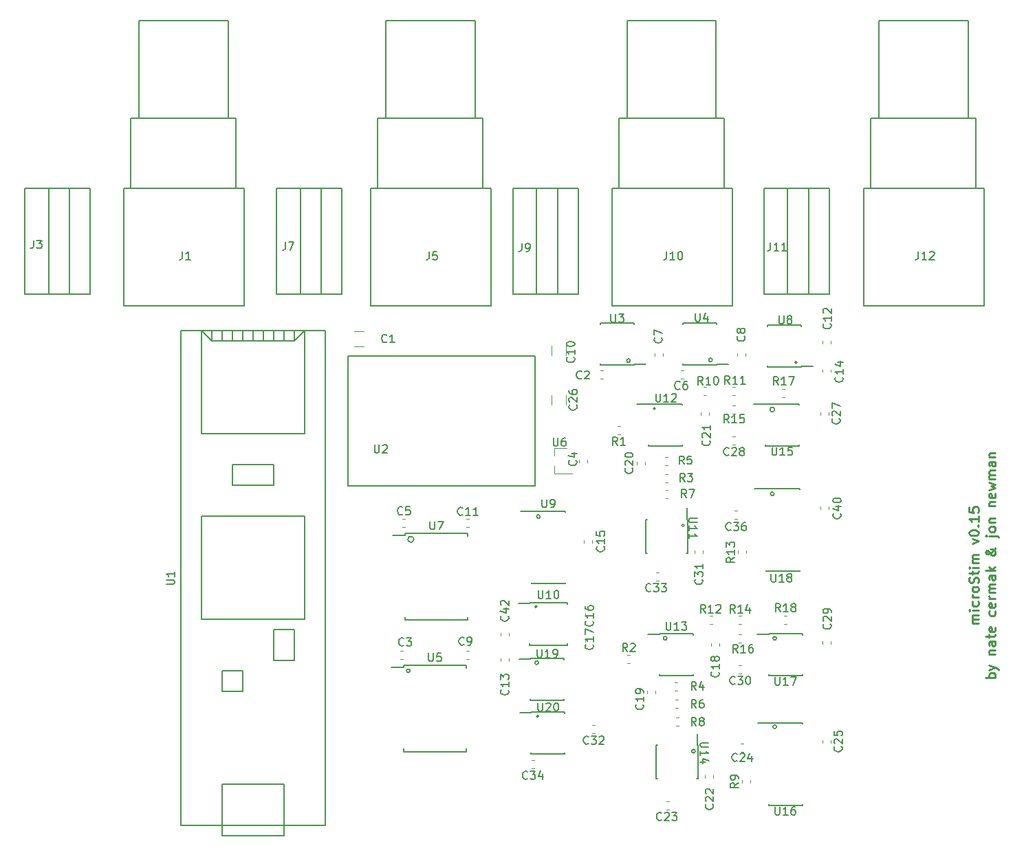
<source format=gto>
G04 #@! TF.GenerationSoftware,KiCad,Pcbnew,5.0.2-bee76a0~70~ubuntu18.04.1*
G04 #@! TF.CreationDate,2018-12-10T21:57:33+02:00*
G04 #@! TF.ProjectId,microstim,6d696372-6f73-4746-996d-2e6b69636164,rev?*
G04 #@! TF.SameCoordinates,Original*
G04 #@! TF.FileFunction,Legend,Top*
G04 #@! TF.FilePolarity,Positive*
%FSLAX46Y46*%
G04 Gerber Fmt 4.6, Leading zero omitted, Abs format (unit mm)*
G04 Created by KiCad (PCBNEW 5.0.2-bee76a0~70~ubuntu18.04.1) date Mon Dec 10 21:57:33 2018*
%MOMM*%
%LPD*%
G01*
G04 APERTURE LIST*
%ADD10C,0.200000*%
%ADD11C,0.250000*%
%ADD12C,0.150000*%
%ADD13C,0.120000*%
G04 APERTURE END LIST*
D10*
X152823607Y-98900000D02*
G75*
G03X152823607Y-98900000I-223607J0D01*
G01*
X171923607Y-127800000D02*
G75*
G03X171923607Y-127800000I-223607J0D01*
G01*
X181923607Y-124800000D02*
G75*
G03X181923607Y-124800000I-223607J0D01*
G01*
X137260555Y-101700000D02*
G75*
G03X137260555Y-101700000I-360555J0D01*
G01*
X136823607Y-117900000D02*
G75*
G03X136823607Y-117900000I-223607J0D01*
G01*
X152641421Y-123500000D02*
G75*
G03X152641421Y-123500000I-141421J0D01*
G01*
X152623607Y-116900000D02*
G75*
G03X152623607Y-116900000I-223607J0D01*
G01*
X152441421Y-110000000D02*
G75*
G03X152441421Y-110000000I-141421J0D01*
G01*
X168423607Y-113900000D02*
G75*
G03X168423607Y-113900000I-223607J0D01*
G01*
X181923607Y-113900000D02*
G75*
G03X181923607Y-113900000I-223607J0D01*
G01*
X170541421Y-100000000D02*
G75*
G03X170541421Y-100000000I-141421J0D01*
G01*
X167041421Y-85600000D02*
G75*
G03X167041421Y-85600000I-141421J0D01*
G01*
X163923607Y-79700000D02*
G75*
G03X163923607Y-79700000I-223607J0D01*
G01*
X174023607Y-79600000D02*
G75*
G03X174023607Y-79600000I-223607J0D01*
G01*
X184441421Y-79900000D02*
G75*
G03X184441421Y-79900000I-141421J0D01*
G01*
X181682843Y-85700000D02*
G75*
G03X181682843Y-85700000I-282843J0D01*
G01*
X181623607Y-96100000D02*
G75*
G03X181623607Y-96100000I-223607J0D01*
G01*
D11*
X206817857Y-112042857D02*
X206017857Y-112042857D01*
X206132142Y-112042857D02*
X206075000Y-111985714D01*
X206017857Y-111871428D01*
X206017857Y-111700000D01*
X206075000Y-111585714D01*
X206189285Y-111528571D01*
X206817857Y-111528571D01*
X206189285Y-111528571D02*
X206075000Y-111471428D01*
X206017857Y-111357142D01*
X206017857Y-111185714D01*
X206075000Y-111071428D01*
X206189285Y-111014285D01*
X206817857Y-111014285D01*
X206817857Y-110442857D02*
X206017857Y-110442857D01*
X205617857Y-110442857D02*
X205675000Y-110500000D01*
X205732142Y-110442857D01*
X205675000Y-110385714D01*
X205617857Y-110442857D01*
X205732142Y-110442857D01*
X206760714Y-109357142D02*
X206817857Y-109471428D01*
X206817857Y-109700000D01*
X206760714Y-109814285D01*
X206703571Y-109871428D01*
X206589285Y-109928571D01*
X206246428Y-109928571D01*
X206132142Y-109871428D01*
X206075000Y-109814285D01*
X206017857Y-109700000D01*
X206017857Y-109471428D01*
X206075000Y-109357142D01*
X206817857Y-108842857D02*
X206017857Y-108842857D01*
X206246428Y-108842857D02*
X206132142Y-108785714D01*
X206075000Y-108728571D01*
X206017857Y-108614285D01*
X206017857Y-108500000D01*
X206817857Y-107928571D02*
X206760714Y-108042857D01*
X206703571Y-108100000D01*
X206589285Y-108157142D01*
X206246428Y-108157142D01*
X206132142Y-108100000D01*
X206075000Y-108042857D01*
X206017857Y-107928571D01*
X206017857Y-107757142D01*
X206075000Y-107642857D01*
X206132142Y-107585714D01*
X206246428Y-107528571D01*
X206589285Y-107528571D01*
X206703571Y-107585714D01*
X206760714Y-107642857D01*
X206817857Y-107757142D01*
X206817857Y-107928571D01*
X206760714Y-107071428D02*
X206817857Y-106900000D01*
X206817857Y-106614285D01*
X206760714Y-106500000D01*
X206703571Y-106442857D01*
X206589285Y-106385714D01*
X206475000Y-106385714D01*
X206360714Y-106442857D01*
X206303571Y-106500000D01*
X206246428Y-106614285D01*
X206189285Y-106842857D01*
X206132142Y-106957142D01*
X206075000Y-107014285D01*
X205960714Y-107071428D01*
X205846428Y-107071428D01*
X205732142Y-107014285D01*
X205675000Y-106957142D01*
X205617857Y-106842857D01*
X205617857Y-106557142D01*
X205675000Y-106385714D01*
X206017857Y-106042857D02*
X206017857Y-105585714D01*
X205617857Y-105871428D02*
X206646428Y-105871428D01*
X206760714Y-105814285D01*
X206817857Y-105700000D01*
X206817857Y-105585714D01*
X206817857Y-105185714D02*
X206017857Y-105185714D01*
X205617857Y-105185714D02*
X205675000Y-105242857D01*
X205732142Y-105185714D01*
X205675000Y-105128571D01*
X205617857Y-105185714D01*
X205732142Y-105185714D01*
X206817857Y-104614285D02*
X206017857Y-104614285D01*
X206132142Y-104614285D02*
X206075000Y-104557142D01*
X206017857Y-104442857D01*
X206017857Y-104271428D01*
X206075000Y-104157142D01*
X206189285Y-104100000D01*
X206817857Y-104100000D01*
X206189285Y-104100000D02*
X206075000Y-104042857D01*
X206017857Y-103928571D01*
X206017857Y-103757142D01*
X206075000Y-103642857D01*
X206189285Y-103585714D01*
X206817857Y-103585714D01*
X206017857Y-102214285D02*
X206817857Y-101928571D01*
X206017857Y-101642857D01*
X205617857Y-100957142D02*
X205617857Y-100842857D01*
X205675000Y-100728571D01*
X205732142Y-100671428D01*
X205846428Y-100614285D01*
X206075000Y-100557142D01*
X206360714Y-100557142D01*
X206589285Y-100614285D01*
X206703571Y-100671428D01*
X206760714Y-100728571D01*
X206817857Y-100842857D01*
X206817857Y-100957142D01*
X206760714Y-101071428D01*
X206703571Y-101128571D01*
X206589285Y-101185714D01*
X206360714Y-101242857D01*
X206075000Y-101242857D01*
X205846428Y-101185714D01*
X205732142Y-101128571D01*
X205675000Y-101071428D01*
X205617857Y-100957142D01*
X206703571Y-100042857D02*
X206760714Y-99985714D01*
X206817857Y-100042857D01*
X206760714Y-100100000D01*
X206703571Y-100042857D01*
X206817857Y-100042857D01*
X206817857Y-98842857D02*
X206817857Y-99528571D01*
X206817857Y-99185714D02*
X205617857Y-99185714D01*
X205789285Y-99300000D01*
X205903571Y-99414285D01*
X205960714Y-99528571D01*
X205617857Y-97757142D02*
X205617857Y-98328571D01*
X206189285Y-98385714D01*
X206132142Y-98328571D01*
X206075000Y-98214285D01*
X206075000Y-97928571D01*
X206132142Y-97814285D01*
X206189285Y-97757142D01*
X206303571Y-97700000D01*
X206589285Y-97700000D01*
X206703571Y-97757142D01*
X206760714Y-97814285D01*
X206817857Y-97928571D01*
X206817857Y-98214285D01*
X206760714Y-98328571D01*
X206703571Y-98385714D01*
X208867857Y-118757142D02*
X207667857Y-118757142D01*
X208125000Y-118757142D02*
X208067857Y-118642857D01*
X208067857Y-118414285D01*
X208125000Y-118300000D01*
X208182142Y-118242857D01*
X208296428Y-118185714D01*
X208639285Y-118185714D01*
X208753571Y-118242857D01*
X208810714Y-118300000D01*
X208867857Y-118414285D01*
X208867857Y-118642857D01*
X208810714Y-118757142D01*
X208067857Y-117785714D02*
X208867857Y-117500000D01*
X208067857Y-117214285D02*
X208867857Y-117500000D01*
X209153571Y-117614285D01*
X209210714Y-117671428D01*
X209267857Y-117785714D01*
X208067857Y-115842857D02*
X208867857Y-115842857D01*
X208182142Y-115842857D02*
X208125000Y-115785714D01*
X208067857Y-115671428D01*
X208067857Y-115500000D01*
X208125000Y-115385714D01*
X208239285Y-115328571D01*
X208867857Y-115328571D01*
X208867857Y-114242857D02*
X208239285Y-114242857D01*
X208125000Y-114300000D01*
X208067857Y-114414285D01*
X208067857Y-114642857D01*
X208125000Y-114757142D01*
X208810714Y-114242857D02*
X208867857Y-114357142D01*
X208867857Y-114642857D01*
X208810714Y-114757142D01*
X208696428Y-114814285D01*
X208582142Y-114814285D01*
X208467857Y-114757142D01*
X208410714Y-114642857D01*
X208410714Y-114357142D01*
X208353571Y-114242857D01*
X208067857Y-113842857D02*
X208067857Y-113385714D01*
X207667857Y-113671428D02*
X208696428Y-113671428D01*
X208810714Y-113614285D01*
X208867857Y-113500000D01*
X208867857Y-113385714D01*
X208810714Y-112528571D02*
X208867857Y-112642857D01*
X208867857Y-112871428D01*
X208810714Y-112985714D01*
X208696428Y-113042857D01*
X208239285Y-113042857D01*
X208125000Y-112985714D01*
X208067857Y-112871428D01*
X208067857Y-112642857D01*
X208125000Y-112528571D01*
X208239285Y-112471428D01*
X208353571Y-112471428D01*
X208467857Y-113042857D01*
X208810714Y-110528571D02*
X208867857Y-110642857D01*
X208867857Y-110871428D01*
X208810714Y-110985714D01*
X208753571Y-111042857D01*
X208639285Y-111100000D01*
X208296428Y-111100000D01*
X208182142Y-111042857D01*
X208125000Y-110985714D01*
X208067857Y-110871428D01*
X208067857Y-110642857D01*
X208125000Y-110528571D01*
X208810714Y-109557142D02*
X208867857Y-109671428D01*
X208867857Y-109900000D01*
X208810714Y-110014285D01*
X208696428Y-110071428D01*
X208239285Y-110071428D01*
X208125000Y-110014285D01*
X208067857Y-109900000D01*
X208067857Y-109671428D01*
X208125000Y-109557142D01*
X208239285Y-109500000D01*
X208353571Y-109500000D01*
X208467857Y-110071428D01*
X208867857Y-108985714D02*
X208067857Y-108985714D01*
X208296428Y-108985714D02*
X208182142Y-108928571D01*
X208125000Y-108871428D01*
X208067857Y-108757142D01*
X208067857Y-108642857D01*
X208867857Y-108242857D02*
X208067857Y-108242857D01*
X208182142Y-108242857D02*
X208125000Y-108185714D01*
X208067857Y-108071428D01*
X208067857Y-107900000D01*
X208125000Y-107785714D01*
X208239285Y-107728571D01*
X208867857Y-107728571D01*
X208239285Y-107728571D02*
X208125000Y-107671428D01*
X208067857Y-107557142D01*
X208067857Y-107385714D01*
X208125000Y-107271428D01*
X208239285Y-107214285D01*
X208867857Y-107214285D01*
X208867857Y-106128571D02*
X208239285Y-106128571D01*
X208125000Y-106185714D01*
X208067857Y-106300000D01*
X208067857Y-106528571D01*
X208125000Y-106642857D01*
X208810714Y-106128571D02*
X208867857Y-106242857D01*
X208867857Y-106528571D01*
X208810714Y-106642857D01*
X208696428Y-106700000D01*
X208582142Y-106700000D01*
X208467857Y-106642857D01*
X208410714Y-106528571D01*
X208410714Y-106242857D01*
X208353571Y-106128571D01*
X208867857Y-105557142D02*
X207667857Y-105557142D01*
X208410714Y-105442857D02*
X208867857Y-105100000D01*
X208067857Y-105100000D02*
X208525000Y-105557142D01*
X208867857Y-102700000D02*
X208867857Y-102757142D01*
X208810714Y-102871428D01*
X208639285Y-103042857D01*
X208296428Y-103328571D01*
X208125000Y-103442857D01*
X207953571Y-103500000D01*
X207839285Y-103500000D01*
X207725000Y-103442857D01*
X207667857Y-103328571D01*
X207667857Y-103271428D01*
X207725000Y-103157142D01*
X207839285Y-103100000D01*
X207896428Y-103100000D01*
X208010714Y-103157142D01*
X208067857Y-103214285D01*
X208296428Y-103557142D01*
X208353571Y-103614285D01*
X208467857Y-103671428D01*
X208639285Y-103671428D01*
X208753571Y-103614285D01*
X208810714Y-103557142D01*
X208867857Y-103442857D01*
X208867857Y-103271428D01*
X208810714Y-103157142D01*
X208753571Y-103100000D01*
X208525000Y-102928571D01*
X208353571Y-102871428D01*
X208239285Y-102871428D01*
X208067857Y-101271428D02*
X209096428Y-101271428D01*
X209210714Y-101328571D01*
X209267857Y-101442857D01*
X209267857Y-101500000D01*
X207667857Y-101271428D02*
X207725000Y-101328571D01*
X207782142Y-101271428D01*
X207725000Y-101214285D01*
X207667857Y-101271428D01*
X207782142Y-101271428D01*
X208867857Y-100528571D02*
X208810714Y-100642857D01*
X208753571Y-100700000D01*
X208639285Y-100757142D01*
X208296428Y-100757142D01*
X208182142Y-100700000D01*
X208125000Y-100642857D01*
X208067857Y-100528571D01*
X208067857Y-100357142D01*
X208125000Y-100242857D01*
X208182142Y-100185714D01*
X208296428Y-100128571D01*
X208639285Y-100128571D01*
X208753571Y-100185714D01*
X208810714Y-100242857D01*
X208867857Y-100357142D01*
X208867857Y-100528571D01*
X208067857Y-99614285D02*
X208867857Y-99614285D01*
X208182142Y-99614285D02*
X208125000Y-99557142D01*
X208067857Y-99442857D01*
X208067857Y-99271428D01*
X208125000Y-99157142D01*
X208239285Y-99100000D01*
X208867857Y-99100000D01*
X208067857Y-97614285D02*
X208867857Y-97614285D01*
X208182142Y-97614285D02*
X208125000Y-97557142D01*
X208067857Y-97442857D01*
X208067857Y-97271428D01*
X208125000Y-97157142D01*
X208239285Y-97100000D01*
X208867857Y-97100000D01*
X208810714Y-96071428D02*
X208867857Y-96185714D01*
X208867857Y-96414285D01*
X208810714Y-96528571D01*
X208696428Y-96585714D01*
X208239285Y-96585714D01*
X208125000Y-96528571D01*
X208067857Y-96414285D01*
X208067857Y-96185714D01*
X208125000Y-96071428D01*
X208239285Y-96014285D01*
X208353571Y-96014285D01*
X208467857Y-96585714D01*
X208067857Y-95614285D02*
X208867857Y-95385714D01*
X208296428Y-95157142D01*
X208867857Y-94928571D01*
X208067857Y-94700000D01*
X208867857Y-94242857D02*
X208067857Y-94242857D01*
X208182142Y-94242857D02*
X208125000Y-94185714D01*
X208067857Y-94071428D01*
X208067857Y-93900000D01*
X208125000Y-93785714D01*
X208239285Y-93728571D01*
X208867857Y-93728571D01*
X208239285Y-93728571D02*
X208125000Y-93671428D01*
X208067857Y-93557142D01*
X208067857Y-93385714D01*
X208125000Y-93271428D01*
X208239285Y-93214285D01*
X208867857Y-93214285D01*
X208867857Y-92128571D02*
X208239285Y-92128571D01*
X208125000Y-92185714D01*
X208067857Y-92300000D01*
X208067857Y-92528571D01*
X208125000Y-92642857D01*
X208810714Y-92128571D02*
X208867857Y-92242857D01*
X208867857Y-92528571D01*
X208810714Y-92642857D01*
X208696428Y-92700000D01*
X208582142Y-92700000D01*
X208467857Y-92642857D01*
X208410714Y-92528571D01*
X208410714Y-92242857D01*
X208353571Y-92128571D01*
X208067857Y-91557142D02*
X208867857Y-91557142D01*
X208182142Y-91557142D02*
X208125000Y-91500000D01*
X208067857Y-91385714D01*
X208067857Y-91214285D01*
X208125000Y-91100000D01*
X208239285Y-91042857D01*
X208867857Y-91042857D01*
D12*
G04 #@! TO.C,U1*
X113690000Y-120470000D02*
X116230000Y-120470000D01*
X116230000Y-120470000D02*
X116230000Y-117930000D01*
X116230000Y-117930000D02*
X113690000Y-117930000D01*
X113690000Y-117930000D02*
X113690000Y-120470000D01*
X122580000Y-112850000D02*
X122580000Y-116660000D01*
X122580000Y-116660000D02*
X120040000Y-116660000D01*
X120040000Y-116660000D02*
X120040000Y-112850000D01*
X120040000Y-112850000D02*
X122580000Y-112850000D01*
X123850000Y-98880000D02*
X111150000Y-98880000D01*
X111150000Y-111580000D02*
X123850000Y-111580000D01*
X123850000Y-111580000D02*
X123850000Y-98880000D01*
X111150000Y-111580000D02*
X111150000Y-98880000D01*
X122580000Y-77290000D02*
X122580000Y-76020000D01*
X121310000Y-77290000D02*
X121310000Y-76020000D01*
X120040000Y-77290000D02*
X120040000Y-76020000D01*
X118770000Y-77290000D02*
X118770000Y-76020000D01*
X117500000Y-77290000D02*
X117500000Y-76020000D01*
X116230000Y-77290000D02*
X116230000Y-76020000D01*
X114960000Y-77290000D02*
X114960000Y-76020000D01*
X113690000Y-77290000D02*
X113690000Y-76020000D01*
X112420000Y-77290000D02*
X112420000Y-76020000D01*
X123850000Y-76020000D02*
X122580000Y-77290000D01*
X122580000Y-77290000D02*
X112420000Y-77290000D01*
X112420000Y-77290000D02*
X111150000Y-76020000D01*
X111150000Y-76020000D02*
X111150000Y-88720000D01*
X111150000Y-88720000D02*
X123850000Y-88720000D01*
X123850000Y-88720000D02*
X123850000Y-76020000D01*
X108610000Y-76020000D02*
X108610000Y-136980000D01*
X126390000Y-136980000D02*
X126390000Y-76020000D01*
X121310000Y-136980000D02*
X121310000Y-138250000D01*
X121310000Y-138250000D02*
X113690000Y-138250000D01*
X113690000Y-138250000D02*
X113690000Y-136980000D01*
X121310000Y-131900000D02*
X113690000Y-131900000D01*
X113690000Y-131900000D02*
X113690000Y-136980000D01*
X121310000Y-131900000D02*
X121310000Y-136980000D01*
X114960000Y-92530000D02*
X120040000Y-92530000D01*
X120040000Y-92530000D02*
X120040000Y-95070000D01*
X120040000Y-95070000D02*
X114960000Y-95070000D01*
X114960000Y-95070000D02*
X114960000Y-92530000D01*
X108610000Y-76020000D02*
X126390000Y-76020000D01*
X126390000Y-136980000D02*
X108610000Y-136980000D01*
G04 #@! TO.C,J12*
X192700000Y-58500000D02*
X192700000Y-72900000D01*
X192700000Y-72900000D02*
X207500000Y-72900000D01*
X207500000Y-72900000D02*
X207500000Y-58500000D01*
X207500000Y-58500000D02*
X192700000Y-58500000D01*
X206500000Y-49800000D02*
X193500000Y-49800000D01*
X193500000Y-58500000D02*
X193500000Y-49800000D01*
X206500000Y-58500000D02*
X206500000Y-49800000D01*
X205500000Y-49800000D02*
X205500000Y-37800000D01*
X194500000Y-37800000D02*
X194500000Y-49800000D01*
X205500000Y-37800000D02*
X194500000Y-37800000D01*
G04 #@! TO.C,J1*
X114400000Y-37800000D02*
X103400000Y-37800000D01*
X103400000Y-37800000D02*
X103400000Y-49800000D01*
X114400000Y-49800000D02*
X114400000Y-37800000D01*
X115400000Y-58500000D02*
X115400000Y-49800000D01*
X102400000Y-58500000D02*
X102400000Y-49800000D01*
X115400000Y-49800000D02*
X102400000Y-49800000D01*
X116400000Y-58500000D02*
X101600000Y-58500000D01*
X116400000Y-72900000D02*
X116400000Y-58500000D01*
X101600000Y-72900000D02*
X116400000Y-72900000D01*
X101600000Y-58500000D02*
X101600000Y-72900000D01*
G04 #@! TO.C,J10*
X174500000Y-37800000D02*
X163500000Y-37800000D01*
X163500000Y-37800000D02*
X163500000Y-49800000D01*
X174500000Y-49800000D02*
X174500000Y-37800000D01*
X175500000Y-58500000D02*
X175500000Y-49800000D01*
X162500000Y-58500000D02*
X162500000Y-49800000D01*
X175500000Y-49800000D02*
X162500000Y-49800000D01*
X176500000Y-58500000D02*
X161700000Y-58500000D01*
X176500000Y-72900000D02*
X176500000Y-58500000D01*
X161700000Y-72900000D02*
X176500000Y-72900000D01*
X161700000Y-58500000D02*
X161700000Y-72900000D01*
G04 #@! TO.C,J5*
X132000000Y-58500000D02*
X132000000Y-72900000D01*
X132000000Y-72900000D02*
X146800000Y-72900000D01*
X146800000Y-72900000D02*
X146800000Y-58500000D01*
X146800000Y-58500000D02*
X132000000Y-58500000D01*
X145800000Y-49800000D02*
X132800000Y-49800000D01*
X132800000Y-58500000D02*
X132800000Y-49800000D01*
X145800000Y-58500000D02*
X145800000Y-49800000D01*
X144800000Y-49800000D02*
X144800000Y-37800000D01*
X133800000Y-37800000D02*
X133800000Y-49800000D01*
X144800000Y-37800000D02*
X133800000Y-37800000D01*
D13*
G04 #@! TO.C,C42*
X149004000Y-113215221D02*
X149004000Y-113540779D01*
X147984000Y-113215221D02*
X147984000Y-113540779D01*
G04 #@! TO.C,C34*
X152085779Y-128870000D02*
X151760221Y-128870000D01*
X152085779Y-129890000D02*
X151760221Y-129890000D01*
G04 #@! TO.C,C32*
X159578779Y-125572000D02*
X159253221Y-125572000D01*
X159578779Y-124552000D02*
X159253221Y-124552000D01*
D12*
G04 #@! TO.C,U19*
X151626000Y-116441000D02*
X150226000Y-116441000D01*
X151626000Y-121541000D02*
X155776000Y-121541000D01*
X151626000Y-116391000D02*
X155776000Y-116391000D01*
X151626000Y-121541000D02*
X151626000Y-121396000D01*
X155776000Y-121541000D02*
X155776000Y-121396000D01*
X155776000Y-116391000D02*
X155776000Y-116536000D01*
X151626000Y-116391000D02*
X151626000Y-116441000D01*
G04 #@! TO.C,U20*
X151720000Y-122995000D02*
X151720000Y-123045000D01*
X155870000Y-122995000D02*
X155870000Y-123140000D01*
X155870000Y-128145000D02*
X155870000Y-128000000D01*
X151720000Y-128145000D02*
X151720000Y-128000000D01*
X151720000Y-122995000D02*
X155870000Y-122995000D01*
X151720000Y-128145000D02*
X155870000Y-128145000D01*
X151720000Y-123045000D02*
X150320000Y-123045000D01*
D13*
G04 #@! TO.C,C29*
X187608000Y-114231221D02*
X187608000Y-114556779D01*
X188628000Y-114231221D02*
X188628000Y-114556779D01*
G04 #@! TO.C,C30*
X177612779Y-118206000D02*
X177287221Y-118206000D01*
X177612779Y-117186000D02*
X177287221Y-117186000D01*
G04 #@! TO.C,C27*
X187354000Y-86037221D02*
X187354000Y-86362779D01*
X188374000Y-86037221D02*
X188374000Y-86362779D01*
G04 #@! TO.C,C28*
X176850779Y-90012000D02*
X176525221Y-90012000D01*
X176850779Y-88992000D02*
X176525221Y-88992000D01*
G04 #@! TO.C,C10*
X154188000Y-77828436D02*
X154188000Y-79032564D01*
X156008000Y-77828436D02*
X156008000Y-79032564D01*
G04 #@! TO.C,C26*
X156008000Y-83910436D02*
X156008000Y-85114564D01*
X154188000Y-83910436D02*
X154188000Y-85114564D01*
D12*
G04 #@! TO.C,U17*
X180963000Y-113393000D02*
X179563000Y-113393000D01*
X180963000Y-118493000D02*
X185113000Y-118493000D01*
X180963000Y-113343000D02*
X185113000Y-113343000D01*
X180963000Y-118493000D02*
X180963000Y-118348000D01*
X185113000Y-118493000D02*
X185113000Y-118348000D01*
X185113000Y-113343000D02*
X185113000Y-113488000D01*
X180963000Y-113343000D02*
X180963000Y-113393000D01*
G04 #@! TO.C,U15*
X180549000Y-85022000D02*
X180549000Y-85072000D01*
X184699000Y-85022000D02*
X184699000Y-85167000D01*
X184699000Y-90172000D02*
X184699000Y-90027000D01*
X180549000Y-90172000D02*
X180549000Y-90027000D01*
X180549000Y-85022000D02*
X184699000Y-85022000D01*
X180549000Y-90172000D02*
X184699000Y-90172000D01*
X180549000Y-85072000D02*
X179149000Y-85072000D01*
D13*
G04 #@! TO.C,R15*
X176525221Y-86202000D02*
X176850779Y-86202000D01*
X176525221Y-85182000D02*
X176850779Y-85182000D01*
G04 #@! TO.C,R12*
X174031279Y-112110000D02*
X173705721Y-112110000D01*
X174031279Y-111090000D02*
X173705721Y-111090000D01*
G04 #@! TO.C,R11*
X176850779Y-82896000D02*
X176525221Y-82896000D01*
X176850779Y-83916000D02*
X176525221Y-83916000D01*
G04 #@! TO.C,R10*
X173294779Y-83916000D02*
X172969221Y-83916000D01*
X173294779Y-82896000D02*
X172969221Y-82896000D01*
G04 #@! TO.C,R16*
X177287221Y-114396000D02*
X177612779Y-114396000D01*
X177287221Y-113376000D02*
X177612779Y-113376000D01*
G04 #@! TO.C,R17*
X182621221Y-83150000D02*
X182946779Y-83150000D01*
X182621221Y-84170000D02*
X182946779Y-84170000D01*
G04 #@! TO.C,R14*
X177612779Y-111090000D02*
X177287221Y-111090000D01*
X177612779Y-112110000D02*
X177287221Y-112110000D01*
G04 #@! TO.C,R18*
X182875221Y-111090000D02*
X183200779Y-111090000D01*
X182875221Y-112110000D02*
X183200779Y-112110000D01*
G04 #@! TO.C,C1*
X131102064Y-76090000D02*
X129897936Y-76090000D01*
X131102064Y-77910000D02*
X129897936Y-77910000D01*
D12*
G04 #@! TO.C,U7*
X136160800Y-101241400D02*
X134635800Y-101241400D01*
X136160800Y-111616400D02*
X143910800Y-111616400D01*
X136160800Y-100966400D02*
X143910800Y-100966400D01*
X136160800Y-111616400D02*
X136160800Y-111261400D01*
X143910800Y-111616400D02*
X143910800Y-111261400D01*
X143910800Y-100966400D02*
X143910800Y-101321400D01*
X136160800Y-100966400D02*
X136160800Y-101241400D01*
D13*
G04 #@! TO.C,C6*
X170500779Y-80932000D02*
X170175221Y-80932000D01*
X170500779Y-81952000D02*
X170175221Y-81952000D01*
G04 #@! TO.C,R8*
X169565621Y-124657600D02*
X169891179Y-124657600D01*
X169565621Y-123637600D02*
X169891179Y-123637600D01*
D12*
G04 #@! TO.C,U10*
X151503000Y-109608000D02*
X150153000Y-109608000D01*
X151503000Y-114733000D02*
X156153000Y-114733000D01*
X151503000Y-109483000D02*
X156153000Y-109483000D01*
X151503000Y-114733000D02*
X151503000Y-114508000D01*
X156153000Y-114733000D02*
X156153000Y-114508000D01*
X156153000Y-109483000D02*
X156153000Y-109708000D01*
X151503000Y-109483000D02*
X151503000Y-109608000D01*
D13*
G04 #@! TO.C,C2*
X160594779Y-80932000D02*
X160269221Y-80932000D01*
X160594779Y-81952000D02*
X160269221Y-81952000D01*
G04 #@! TO.C,C3*
X135631221Y-116428000D02*
X135956779Y-116428000D01*
X135631221Y-115408000D02*
X135956779Y-115408000D01*
G04 #@! TO.C,C5*
X135885221Y-100172000D02*
X136210779Y-100172000D01*
X135885221Y-99152000D02*
X136210779Y-99152000D01*
G04 #@! TO.C,C7*
X166906731Y-78751391D02*
X166906731Y-79076949D01*
X167926731Y-78751391D02*
X167926731Y-79076949D01*
G04 #@! TO.C,C8*
X177066731Y-78751391D02*
X177066731Y-79076949D01*
X178086731Y-78751391D02*
X178086731Y-79076949D01*
G04 #@! TO.C,C9*
X143759221Y-116428000D02*
X144084779Y-116428000D01*
X143759221Y-115408000D02*
X144084779Y-115408000D01*
G04 #@! TO.C,C11*
X144084779Y-99152000D02*
X143759221Y-99152000D01*
X144084779Y-100172000D02*
X143759221Y-100172000D01*
G04 #@! TO.C,C12*
X187608000Y-77240721D02*
X187608000Y-77566279D01*
X188628000Y-77240721D02*
X188628000Y-77566279D01*
G04 #@! TO.C,C13*
X149004000Y-116390221D02*
X149004000Y-116715779D01*
X147984000Y-116390221D02*
X147984000Y-116715779D01*
G04 #@! TO.C,C14*
X188628000Y-81096779D02*
X188628000Y-80771221D01*
X187608000Y-81096779D02*
X187608000Y-80771221D01*
G04 #@! TO.C,C15*
X158189484Y-101812864D02*
X158189484Y-102138422D01*
X159209484Y-101812864D02*
X159209484Y-102138422D01*
G04 #@! TO.C,C16*
X158398000Y-113977221D02*
X158398000Y-114302779D01*
X159418000Y-113977221D02*
X159418000Y-114302779D01*
G04 #@! TO.C,C17*
X159418000Y-111127779D02*
X159418000Y-110802221D01*
X158398000Y-111127779D02*
X158398000Y-110802221D01*
D12*
G04 #@! TO.C,U2*
X152190000Y-95090000D02*
X129190000Y-95090000D01*
X152190000Y-79090000D02*
X152190000Y-95090000D01*
X129190000Y-79090000D02*
X152190000Y-79090000D01*
X129190000Y-95090000D02*
X129190000Y-79090000D01*
G04 #@! TO.C,U3*
X164411731Y-80169170D02*
X165811731Y-80169170D01*
X164411731Y-75069170D02*
X160261731Y-75069170D01*
X164411731Y-80219170D02*
X160261731Y-80219170D01*
X164411731Y-75069170D02*
X164411731Y-75214170D01*
X160261731Y-75069170D02*
X160261731Y-75214170D01*
X160261731Y-80219170D02*
X160261731Y-80074170D01*
X164411731Y-80219170D02*
X164411731Y-80169170D01*
G04 #@! TO.C,U4*
X174571731Y-80169170D02*
X175971731Y-80169170D01*
X174571731Y-75069170D02*
X170421731Y-75069170D01*
X174571731Y-80219170D02*
X170421731Y-80219170D01*
X174571731Y-75069170D02*
X174571731Y-75214170D01*
X170421731Y-75069170D02*
X170421731Y-75214170D01*
X170421731Y-80219170D02*
X170421731Y-80074170D01*
X174571731Y-80219170D02*
X174571731Y-80169170D01*
G04 #@! TO.C,U5*
X135983000Y-117472000D02*
X134458000Y-117472000D01*
X135983000Y-127847000D02*
X143733000Y-127847000D01*
X135983000Y-117197000D02*
X143733000Y-117197000D01*
X135983000Y-127847000D02*
X135983000Y-127492000D01*
X143733000Y-127847000D02*
X143733000Y-127492000D01*
X143733000Y-117197000D02*
X143733000Y-117552000D01*
X135983000Y-117197000D02*
X135983000Y-117472000D01*
G04 #@! TO.C,U8*
X184985731Y-80423170D02*
X186385731Y-80423170D01*
X184985731Y-75323170D02*
X180835731Y-75323170D01*
X184985731Y-80473170D02*
X180835731Y-80473170D01*
X184985731Y-75323170D02*
X184985731Y-75468170D01*
X180835731Y-75323170D02*
X180835731Y-75468170D01*
X180835731Y-80473170D02*
X180835731Y-80328170D01*
X184985731Y-80473170D02*
X184985731Y-80423170D01*
G04 #@! TO.C,U9*
X151753000Y-98285000D02*
X150378000Y-98285000D01*
X151753000Y-107160000D02*
X155903000Y-107160000D01*
X151753000Y-98260000D02*
X155903000Y-98260000D01*
X151753000Y-107160000D02*
X151753000Y-107045000D01*
X155903000Y-107160000D02*
X155903000Y-107045000D01*
X155903000Y-98260000D02*
X155903000Y-98375000D01*
X151753000Y-98260000D02*
X151753000Y-98285000D01*
D13*
G04 #@! TO.C,C18*
X173892000Y-114485221D02*
X173892000Y-114810779D01*
X174912000Y-114485221D02*
X174912000Y-114810779D01*
G04 #@! TO.C,C19*
X166018000Y-120352721D02*
X166018000Y-120678279D01*
X167038000Y-120352721D02*
X167038000Y-120678279D01*
G04 #@! TO.C,C20*
X164748000Y-92133221D02*
X164748000Y-92458779D01*
X165768000Y-92133221D02*
X165768000Y-92458779D01*
G04 #@! TO.C,C21*
X172622000Y-86037221D02*
X172622000Y-86362779D01*
X173642000Y-86037221D02*
X173642000Y-86362779D01*
G04 #@! TO.C,C22*
X173130000Y-130741221D02*
X173130000Y-131066779D01*
X174150000Y-130741221D02*
X174150000Y-131066779D01*
G04 #@! TO.C,C23*
X168722779Y-133950000D02*
X168397221Y-133950000D01*
X168722779Y-134970000D02*
X168397221Y-134970000D01*
G04 #@! TO.C,C24*
X177541221Y-127858000D02*
X177866779Y-127858000D01*
X177541221Y-126838000D02*
X177866779Y-126838000D01*
G04 #@! TO.C,C25*
X187608000Y-126423221D02*
X187608000Y-126748779D01*
X188628000Y-126423221D02*
X188628000Y-126748779D01*
G04 #@! TO.C,C31*
X171860000Y-103055221D02*
X171860000Y-103380779D01*
X172880000Y-103055221D02*
X172880000Y-103380779D01*
G04 #@! TO.C,C33*
X167452779Y-105756000D02*
X167127221Y-105756000D01*
X167452779Y-106776000D02*
X167127221Y-106776000D01*
G04 #@! TO.C,C36*
X176779221Y-99156000D02*
X177104779Y-99156000D01*
X176779221Y-98136000D02*
X177104779Y-98136000D01*
G04 #@! TO.C,C40*
X187354000Y-97695721D02*
X187354000Y-98021279D01*
X188374000Y-97695721D02*
X188374000Y-98021279D01*
G04 #@! TO.C,R1*
X162652279Y-87722000D02*
X162326721Y-87722000D01*
X162652279Y-88742000D02*
X162326721Y-88742000D01*
G04 #@! TO.C,R2*
X163896779Y-115916000D02*
X163571221Y-115916000D01*
X163896779Y-116936000D02*
X163571221Y-116936000D01*
G04 #@! TO.C,R3*
X168168521Y-94685600D02*
X168494079Y-94685600D01*
X168168521Y-93665600D02*
X168494079Y-93665600D01*
G04 #@! TO.C,R4*
X169362421Y-120390400D02*
X169687979Y-120390400D01*
X169362421Y-119370400D02*
X169687979Y-119370400D01*
G04 #@! TO.C,R5*
X168168721Y-92552000D02*
X168494279Y-92552000D01*
X168168721Y-91532000D02*
X168494279Y-91532000D01*
G04 #@! TO.C,R6*
X169489321Y-122498600D02*
X169814879Y-122498600D01*
X169489321Y-121478600D02*
X169814879Y-121478600D01*
G04 #@! TO.C,R7*
X168244721Y-96641400D02*
X168570279Y-96641400D01*
X168244721Y-95621400D02*
X168570279Y-95621400D01*
G04 #@! TO.C,R9*
X178722000Y-131701779D02*
X178722000Y-131376221D01*
X177702000Y-131701779D02*
X177702000Y-131376221D01*
G04 #@! TO.C,R13*
X177194000Y-103055221D02*
X177194000Y-103380779D01*
X178214000Y-103055221D02*
X178214000Y-103380779D01*
D12*
G04 #@! TO.C,U12*
X166137000Y-85072000D02*
X164737000Y-85072000D01*
X166137000Y-90172000D02*
X170287000Y-90172000D01*
X166137000Y-85022000D02*
X170287000Y-85022000D01*
X166137000Y-90172000D02*
X166137000Y-90027000D01*
X170287000Y-90172000D02*
X170287000Y-90027000D01*
X170287000Y-85022000D02*
X170287000Y-85167000D01*
X166137000Y-85022000D02*
X166137000Y-85072000D01*
G04 #@! TO.C,U13*
X167501000Y-113393000D02*
X166101000Y-113393000D01*
X167501000Y-118493000D02*
X171651000Y-118493000D01*
X167501000Y-113343000D02*
X171651000Y-113343000D01*
X167501000Y-118493000D02*
X167501000Y-118348000D01*
X171651000Y-118493000D02*
X171651000Y-118348000D01*
X171651000Y-113343000D02*
X171651000Y-113488000D01*
X167501000Y-113343000D02*
X167501000Y-113393000D01*
G04 #@! TO.C,U14*
X172202600Y-127051000D02*
X172202600Y-125651000D01*
X167102600Y-127051000D02*
X167102600Y-131201000D01*
X172252600Y-127051000D02*
X172252600Y-131201000D01*
X167102600Y-127051000D02*
X167247600Y-127051000D01*
X167102600Y-131201000D02*
X167247600Y-131201000D01*
X172252600Y-131201000D02*
X172107600Y-131201000D01*
X172252600Y-127051000D02*
X172202600Y-127051000D01*
G04 #@! TO.C,U16*
X180963000Y-124330000D02*
X179588000Y-124330000D01*
X180963000Y-134455000D02*
X185113000Y-134455000D01*
X180963000Y-124305000D02*
X185113000Y-124305000D01*
X180963000Y-134455000D02*
X180963000Y-134350000D01*
X185113000Y-134455000D02*
X185113000Y-134350000D01*
X185113000Y-124305000D02*
X185113000Y-124410000D01*
X180963000Y-124305000D02*
X180963000Y-124330000D01*
G04 #@! TO.C,U18*
X180615000Y-95501000D02*
X179240000Y-95501000D01*
X180615000Y-105626000D02*
X184765000Y-105626000D01*
X180615000Y-95476000D02*
X184765000Y-95476000D01*
X180615000Y-105626000D02*
X180615000Y-105521000D01*
X184765000Y-105626000D02*
X184765000Y-105521000D01*
X184765000Y-95476000D02*
X184765000Y-95581000D01*
X180615000Y-95476000D02*
X180615000Y-95501000D01*
D13*
G04 #@! TO.C,C4*
X157636000Y-91904721D02*
X157636000Y-92230279D01*
X158656000Y-91904721D02*
X158656000Y-92230279D01*
G04 #@! TO.C,U6*
X154592000Y-90462000D02*
X156052000Y-90462000D01*
X154592000Y-93622000D02*
X156752000Y-93622000D01*
X154592000Y-93622000D02*
X154592000Y-92692000D01*
X154592000Y-90462000D02*
X154592000Y-91392000D01*
D12*
G04 #@! TO.C,U11*
X170907100Y-99245600D02*
X170907100Y-97845600D01*
X165807100Y-99245600D02*
X165807100Y-103395600D01*
X170957100Y-99245600D02*
X170957100Y-103395600D01*
X165807100Y-99245600D02*
X165952100Y-99245600D01*
X165807100Y-103395600D02*
X165952100Y-103395600D01*
X170957100Y-103395600D02*
X170812100Y-103395600D01*
X170957100Y-99245600D02*
X170907100Y-99245600D01*
G04 #@! TO.C,J3*
X97400000Y-58500000D02*
X97400000Y-63500000D01*
X89400000Y-58500000D02*
X97400000Y-58500000D01*
X89400000Y-71500000D02*
X89400000Y-58500000D01*
X97400000Y-71500000D02*
X89400000Y-71500000D01*
X97400000Y-63500000D02*
X97400000Y-71500000D01*
X94900000Y-71500000D02*
X94900000Y-58500000D01*
X94900000Y-58500000D02*
X92300000Y-58500000D01*
X92300000Y-58500000D02*
X92300000Y-71500000D01*
G04 #@! TO.C,J7*
X128400000Y-58500000D02*
X128400000Y-63500000D01*
X120400000Y-58500000D02*
X128400000Y-58500000D01*
X120400000Y-71500000D02*
X120400000Y-58500000D01*
X128400000Y-71500000D02*
X120400000Y-71500000D01*
X128400000Y-63500000D02*
X128400000Y-71500000D01*
X125900000Y-71500000D02*
X125900000Y-58500000D01*
X125900000Y-58500000D02*
X123300000Y-58500000D01*
X123300000Y-58500000D02*
X123300000Y-71500000D01*
G04 #@! TO.C,J9*
X152400000Y-58500000D02*
X152400000Y-71500000D01*
X155000000Y-58500000D02*
X152400000Y-58500000D01*
X155000000Y-71500000D02*
X155000000Y-58500000D01*
X157500000Y-63500000D02*
X157500000Y-71500000D01*
X157500000Y-71500000D02*
X149500000Y-71500000D01*
X149500000Y-71500000D02*
X149500000Y-58500000D01*
X149500000Y-58500000D02*
X157500000Y-58500000D01*
X157500000Y-58500000D02*
X157500000Y-63500000D01*
G04 #@! TO.C,J11*
X183300000Y-58500000D02*
X183300000Y-71500000D01*
X185900000Y-58500000D02*
X183300000Y-58500000D01*
X185900000Y-71500000D02*
X185900000Y-58500000D01*
X188400000Y-63500000D02*
X188400000Y-71500000D01*
X188400000Y-71500000D02*
X180400000Y-71500000D01*
X180400000Y-71500000D02*
X180400000Y-58500000D01*
X180400000Y-58500000D02*
X188400000Y-58500000D01*
X188400000Y-58500000D02*
X188400000Y-63500000D01*
G04 #@! TO.C,U1*
X106792380Y-107261904D02*
X107601904Y-107261904D01*
X107697142Y-107214285D01*
X107744761Y-107166666D01*
X107792380Y-107071428D01*
X107792380Y-106880952D01*
X107744761Y-106785714D01*
X107697142Y-106738095D01*
X107601904Y-106690476D01*
X106792380Y-106690476D01*
X107792380Y-105690476D02*
X107792380Y-106261904D01*
X107792380Y-105976190D02*
X106792380Y-105976190D01*
X106935238Y-106071428D01*
X107030476Y-106166666D01*
X107078095Y-106261904D01*
G04 #@! TO.C,J12*
X199390476Y-66252380D02*
X199390476Y-66966666D01*
X199342857Y-67109523D01*
X199247619Y-67204761D01*
X199104761Y-67252380D01*
X199009523Y-67252380D01*
X200390476Y-67252380D02*
X199819047Y-67252380D01*
X200104761Y-67252380D02*
X200104761Y-66252380D01*
X200009523Y-66395238D01*
X199914285Y-66490476D01*
X199819047Y-66538095D01*
X200771428Y-66347619D02*
X200819047Y-66300000D01*
X200914285Y-66252380D01*
X201152380Y-66252380D01*
X201247619Y-66300000D01*
X201295238Y-66347619D01*
X201342857Y-66442857D01*
X201342857Y-66538095D01*
X201295238Y-66680952D01*
X200723809Y-67252380D01*
X201342857Y-67252380D01*
G04 #@! TO.C,J1*
X108766666Y-66252380D02*
X108766666Y-66966666D01*
X108719047Y-67109523D01*
X108623809Y-67204761D01*
X108480952Y-67252380D01*
X108385714Y-67252380D01*
X109766666Y-67252380D02*
X109195238Y-67252380D01*
X109480952Y-67252380D02*
X109480952Y-66252380D01*
X109385714Y-66395238D01*
X109290476Y-66490476D01*
X109195238Y-66538095D01*
G04 #@! TO.C,J10*
X168390476Y-66252380D02*
X168390476Y-66966666D01*
X168342857Y-67109523D01*
X168247619Y-67204761D01*
X168104761Y-67252380D01*
X168009523Y-67252380D01*
X169390476Y-67252380D02*
X168819047Y-67252380D01*
X169104761Y-67252380D02*
X169104761Y-66252380D01*
X169009523Y-66395238D01*
X168914285Y-66490476D01*
X168819047Y-66538095D01*
X170009523Y-66252380D02*
X170104761Y-66252380D01*
X170200000Y-66300000D01*
X170247619Y-66347619D01*
X170295238Y-66442857D01*
X170342857Y-66633333D01*
X170342857Y-66871428D01*
X170295238Y-67061904D01*
X170247619Y-67157142D01*
X170200000Y-67204761D01*
X170104761Y-67252380D01*
X170009523Y-67252380D01*
X169914285Y-67204761D01*
X169866666Y-67157142D01*
X169819047Y-67061904D01*
X169771428Y-66871428D01*
X169771428Y-66633333D01*
X169819047Y-66442857D01*
X169866666Y-66347619D01*
X169914285Y-66300000D01*
X170009523Y-66252380D01*
G04 #@! TO.C,J5*
X139166666Y-66252380D02*
X139166666Y-66966666D01*
X139119047Y-67109523D01*
X139023809Y-67204761D01*
X138880952Y-67252380D01*
X138785714Y-67252380D01*
X140119047Y-66252380D02*
X139642857Y-66252380D01*
X139595238Y-66728571D01*
X139642857Y-66680952D01*
X139738095Y-66633333D01*
X139976190Y-66633333D01*
X140071428Y-66680952D01*
X140119047Y-66728571D01*
X140166666Y-66823809D01*
X140166666Y-67061904D01*
X140119047Y-67157142D01*
X140071428Y-67204761D01*
X139976190Y-67252380D01*
X139738095Y-67252380D01*
X139642857Y-67204761D01*
X139595238Y-67157142D01*
G04 #@! TO.C,C42*
X148851142Y-111142857D02*
X148898761Y-111190476D01*
X148946380Y-111333333D01*
X148946380Y-111428571D01*
X148898761Y-111571428D01*
X148803523Y-111666666D01*
X148708285Y-111714285D01*
X148517809Y-111761904D01*
X148374952Y-111761904D01*
X148184476Y-111714285D01*
X148089238Y-111666666D01*
X147994000Y-111571428D01*
X147946380Y-111428571D01*
X147946380Y-111333333D01*
X147994000Y-111190476D01*
X148041619Y-111142857D01*
X148279714Y-110285714D02*
X148946380Y-110285714D01*
X147898761Y-110523809D02*
X148613047Y-110761904D01*
X148613047Y-110142857D01*
X148041619Y-109809523D02*
X147994000Y-109761904D01*
X147946380Y-109666666D01*
X147946380Y-109428571D01*
X147994000Y-109333333D01*
X148041619Y-109285714D01*
X148136857Y-109238095D01*
X148232095Y-109238095D01*
X148374952Y-109285714D01*
X148946380Y-109857142D01*
X148946380Y-109238095D01*
G04 #@! TO.C,C34*
X151280142Y-131167142D02*
X151232523Y-131214761D01*
X151089666Y-131262380D01*
X150994428Y-131262380D01*
X150851571Y-131214761D01*
X150756333Y-131119523D01*
X150708714Y-131024285D01*
X150661095Y-130833809D01*
X150661095Y-130690952D01*
X150708714Y-130500476D01*
X150756333Y-130405238D01*
X150851571Y-130310000D01*
X150994428Y-130262380D01*
X151089666Y-130262380D01*
X151232523Y-130310000D01*
X151280142Y-130357619D01*
X151613476Y-130262380D02*
X152232523Y-130262380D01*
X151899190Y-130643333D01*
X152042047Y-130643333D01*
X152137285Y-130690952D01*
X152184904Y-130738571D01*
X152232523Y-130833809D01*
X152232523Y-131071904D01*
X152184904Y-131167142D01*
X152137285Y-131214761D01*
X152042047Y-131262380D01*
X151756333Y-131262380D01*
X151661095Y-131214761D01*
X151613476Y-131167142D01*
X153089666Y-130595714D02*
X153089666Y-131262380D01*
X152851571Y-130214761D02*
X152613476Y-130929047D01*
X153232523Y-130929047D01*
G04 #@! TO.C,C32*
X158773142Y-126849142D02*
X158725523Y-126896761D01*
X158582666Y-126944380D01*
X158487428Y-126944380D01*
X158344571Y-126896761D01*
X158249333Y-126801523D01*
X158201714Y-126706285D01*
X158154095Y-126515809D01*
X158154095Y-126372952D01*
X158201714Y-126182476D01*
X158249333Y-126087238D01*
X158344571Y-125992000D01*
X158487428Y-125944380D01*
X158582666Y-125944380D01*
X158725523Y-125992000D01*
X158773142Y-126039619D01*
X159106476Y-125944380D02*
X159725523Y-125944380D01*
X159392190Y-126325333D01*
X159535047Y-126325333D01*
X159630285Y-126372952D01*
X159677904Y-126420571D01*
X159725523Y-126515809D01*
X159725523Y-126753904D01*
X159677904Y-126849142D01*
X159630285Y-126896761D01*
X159535047Y-126944380D01*
X159249333Y-126944380D01*
X159154095Y-126896761D01*
X159106476Y-126849142D01*
X160106476Y-126039619D02*
X160154095Y-125992000D01*
X160249333Y-125944380D01*
X160487428Y-125944380D01*
X160582666Y-125992000D01*
X160630285Y-126039619D01*
X160677904Y-126134857D01*
X160677904Y-126230095D01*
X160630285Y-126372952D01*
X160058857Y-126944380D01*
X160677904Y-126944380D01*
G04 #@! TO.C,U19*
X152462904Y-115252380D02*
X152462904Y-116061904D01*
X152510523Y-116157142D01*
X152558142Y-116204761D01*
X152653380Y-116252380D01*
X152843857Y-116252380D01*
X152939095Y-116204761D01*
X152986714Y-116157142D01*
X153034333Y-116061904D01*
X153034333Y-115252380D01*
X154034333Y-116252380D02*
X153462904Y-116252380D01*
X153748619Y-116252380D02*
X153748619Y-115252380D01*
X153653380Y-115395238D01*
X153558142Y-115490476D01*
X153462904Y-115538095D01*
X154510523Y-116252380D02*
X154701000Y-116252380D01*
X154796238Y-116204761D01*
X154843857Y-116157142D01*
X154939095Y-116014285D01*
X154986714Y-115823809D01*
X154986714Y-115442857D01*
X154939095Y-115347619D01*
X154891476Y-115300000D01*
X154796238Y-115252380D01*
X154605761Y-115252380D01*
X154510523Y-115300000D01*
X154462904Y-115347619D01*
X154415285Y-115442857D01*
X154415285Y-115680952D01*
X154462904Y-115776190D01*
X154510523Y-115823809D01*
X154605761Y-115871428D01*
X154796238Y-115871428D01*
X154891476Y-115823809D01*
X154939095Y-115776190D01*
X154986714Y-115680952D01*
G04 #@! TO.C,U20*
X152561904Y-121852380D02*
X152561904Y-122661904D01*
X152609523Y-122757142D01*
X152657142Y-122804761D01*
X152752380Y-122852380D01*
X152942857Y-122852380D01*
X153038095Y-122804761D01*
X153085714Y-122757142D01*
X153133333Y-122661904D01*
X153133333Y-121852380D01*
X153561904Y-121947619D02*
X153609523Y-121900000D01*
X153704761Y-121852380D01*
X153942857Y-121852380D01*
X154038095Y-121900000D01*
X154085714Y-121947619D01*
X154133333Y-122042857D01*
X154133333Y-122138095D01*
X154085714Y-122280952D01*
X153514285Y-122852380D01*
X154133333Y-122852380D01*
X154752380Y-121852380D02*
X154847619Y-121852380D01*
X154942857Y-121900000D01*
X154990476Y-121947619D01*
X155038095Y-122042857D01*
X155085714Y-122233333D01*
X155085714Y-122471428D01*
X155038095Y-122661904D01*
X154990476Y-122757142D01*
X154942857Y-122804761D01*
X154847619Y-122852380D01*
X154752380Y-122852380D01*
X154657142Y-122804761D01*
X154609523Y-122757142D01*
X154561904Y-122661904D01*
X154514285Y-122471428D01*
X154514285Y-122233333D01*
X154561904Y-122042857D01*
X154609523Y-121947619D01*
X154657142Y-121900000D01*
X154752380Y-121852380D01*
G04 #@! TO.C,C29*
X188557142Y-112142857D02*
X188604761Y-112190476D01*
X188652380Y-112333333D01*
X188652380Y-112428571D01*
X188604761Y-112571428D01*
X188509523Y-112666666D01*
X188414285Y-112714285D01*
X188223809Y-112761904D01*
X188080952Y-112761904D01*
X187890476Y-112714285D01*
X187795238Y-112666666D01*
X187700000Y-112571428D01*
X187652380Y-112428571D01*
X187652380Y-112333333D01*
X187700000Y-112190476D01*
X187747619Y-112142857D01*
X187747619Y-111761904D02*
X187700000Y-111714285D01*
X187652380Y-111619047D01*
X187652380Y-111380952D01*
X187700000Y-111285714D01*
X187747619Y-111238095D01*
X187842857Y-111190476D01*
X187938095Y-111190476D01*
X188080952Y-111238095D01*
X188652380Y-111809523D01*
X188652380Y-111190476D01*
X188652380Y-110714285D02*
X188652380Y-110523809D01*
X188604761Y-110428571D01*
X188557142Y-110380952D01*
X188414285Y-110285714D01*
X188223809Y-110238095D01*
X187842857Y-110238095D01*
X187747619Y-110285714D01*
X187700000Y-110333333D01*
X187652380Y-110428571D01*
X187652380Y-110619047D01*
X187700000Y-110714285D01*
X187747619Y-110761904D01*
X187842857Y-110809523D01*
X188080952Y-110809523D01*
X188176190Y-110761904D01*
X188223809Y-110714285D01*
X188271428Y-110619047D01*
X188271428Y-110428571D01*
X188223809Y-110333333D01*
X188176190Y-110285714D01*
X188080952Y-110238095D01*
G04 #@! TO.C,C30*
X176807142Y-119483142D02*
X176759523Y-119530761D01*
X176616666Y-119578380D01*
X176521428Y-119578380D01*
X176378571Y-119530761D01*
X176283333Y-119435523D01*
X176235714Y-119340285D01*
X176188095Y-119149809D01*
X176188095Y-119006952D01*
X176235714Y-118816476D01*
X176283333Y-118721238D01*
X176378571Y-118626000D01*
X176521428Y-118578380D01*
X176616666Y-118578380D01*
X176759523Y-118626000D01*
X176807142Y-118673619D01*
X177140476Y-118578380D02*
X177759523Y-118578380D01*
X177426190Y-118959333D01*
X177569047Y-118959333D01*
X177664285Y-119006952D01*
X177711904Y-119054571D01*
X177759523Y-119149809D01*
X177759523Y-119387904D01*
X177711904Y-119483142D01*
X177664285Y-119530761D01*
X177569047Y-119578380D01*
X177283333Y-119578380D01*
X177188095Y-119530761D01*
X177140476Y-119483142D01*
X178378571Y-118578380D02*
X178473809Y-118578380D01*
X178569047Y-118626000D01*
X178616666Y-118673619D01*
X178664285Y-118768857D01*
X178711904Y-118959333D01*
X178711904Y-119197428D01*
X178664285Y-119387904D01*
X178616666Y-119483142D01*
X178569047Y-119530761D01*
X178473809Y-119578380D01*
X178378571Y-119578380D01*
X178283333Y-119530761D01*
X178235714Y-119483142D01*
X178188095Y-119387904D01*
X178140476Y-119197428D01*
X178140476Y-118959333D01*
X178188095Y-118768857D01*
X178235714Y-118673619D01*
X178283333Y-118626000D01*
X178378571Y-118578380D01*
G04 #@! TO.C,C27*
X189651142Y-86842857D02*
X189698761Y-86890476D01*
X189746380Y-87033333D01*
X189746380Y-87128571D01*
X189698761Y-87271428D01*
X189603523Y-87366666D01*
X189508285Y-87414285D01*
X189317809Y-87461904D01*
X189174952Y-87461904D01*
X188984476Y-87414285D01*
X188889238Y-87366666D01*
X188794000Y-87271428D01*
X188746380Y-87128571D01*
X188746380Y-87033333D01*
X188794000Y-86890476D01*
X188841619Y-86842857D01*
X188841619Y-86461904D02*
X188794000Y-86414285D01*
X188746380Y-86319047D01*
X188746380Y-86080952D01*
X188794000Y-85985714D01*
X188841619Y-85938095D01*
X188936857Y-85890476D01*
X189032095Y-85890476D01*
X189174952Y-85938095D01*
X189746380Y-86509523D01*
X189746380Y-85890476D01*
X188746380Y-85557142D02*
X188746380Y-84890476D01*
X189746380Y-85319047D01*
G04 #@! TO.C,C28*
X176045142Y-91289142D02*
X175997523Y-91336761D01*
X175854666Y-91384380D01*
X175759428Y-91384380D01*
X175616571Y-91336761D01*
X175521333Y-91241523D01*
X175473714Y-91146285D01*
X175426095Y-90955809D01*
X175426095Y-90812952D01*
X175473714Y-90622476D01*
X175521333Y-90527238D01*
X175616571Y-90432000D01*
X175759428Y-90384380D01*
X175854666Y-90384380D01*
X175997523Y-90432000D01*
X176045142Y-90479619D01*
X176426095Y-90479619D02*
X176473714Y-90432000D01*
X176568952Y-90384380D01*
X176807047Y-90384380D01*
X176902285Y-90432000D01*
X176949904Y-90479619D01*
X176997523Y-90574857D01*
X176997523Y-90670095D01*
X176949904Y-90812952D01*
X176378476Y-91384380D01*
X176997523Y-91384380D01*
X177568952Y-90812952D02*
X177473714Y-90765333D01*
X177426095Y-90717714D01*
X177378476Y-90622476D01*
X177378476Y-90574857D01*
X177426095Y-90479619D01*
X177473714Y-90432000D01*
X177568952Y-90384380D01*
X177759428Y-90384380D01*
X177854666Y-90432000D01*
X177902285Y-90479619D01*
X177949904Y-90574857D01*
X177949904Y-90622476D01*
X177902285Y-90717714D01*
X177854666Y-90765333D01*
X177759428Y-90812952D01*
X177568952Y-90812952D01*
X177473714Y-90860571D01*
X177426095Y-90908190D01*
X177378476Y-91003428D01*
X177378476Y-91193904D01*
X177426095Y-91289142D01*
X177473714Y-91336761D01*
X177568952Y-91384380D01*
X177759428Y-91384380D01*
X177854666Y-91336761D01*
X177902285Y-91289142D01*
X177949904Y-91193904D01*
X177949904Y-91003428D01*
X177902285Y-90908190D01*
X177854666Y-90860571D01*
X177759428Y-90812952D01*
G04 #@! TO.C,C10*
X156970143Y-79268356D02*
X157017762Y-79315975D01*
X157065381Y-79458832D01*
X157065381Y-79554070D01*
X157017762Y-79696927D01*
X156922524Y-79792165D01*
X156827286Y-79839784D01*
X156636810Y-79887403D01*
X156493953Y-79887403D01*
X156303477Y-79839784D01*
X156208239Y-79792165D01*
X156113001Y-79696927D01*
X156065381Y-79554070D01*
X156065381Y-79458832D01*
X156113001Y-79315975D01*
X156160620Y-79268356D01*
X157065381Y-78315975D02*
X157065381Y-78887403D01*
X157065381Y-78601689D02*
X156065381Y-78601689D01*
X156208239Y-78696927D01*
X156303477Y-78792165D01*
X156351096Y-78887403D01*
X156065381Y-77696927D02*
X156065381Y-77601689D01*
X156113001Y-77506451D01*
X156160620Y-77458832D01*
X156255858Y-77411213D01*
X156446334Y-77363594D01*
X156684429Y-77363594D01*
X156874905Y-77411213D01*
X156970143Y-77458832D01*
X157017762Y-77506451D01*
X157065381Y-77601689D01*
X157065381Y-77696927D01*
X157017762Y-77792165D01*
X156970143Y-77839784D01*
X156874905Y-77887403D01*
X156684429Y-77935022D01*
X156446334Y-77935022D01*
X156255858Y-77887403D01*
X156160620Y-77839784D01*
X156113001Y-77792165D01*
X156065381Y-77696927D01*
G04 #@! TO.C,C26*
X157275142Y-85155357D02*
X157322761Y-85202976D01*
X157370380Y-85345833D01*
X157370380Y-85441071D01*
X157322761Y-85583928D01*
X157227523Y-85679166D01*
X157132285Y-85726785D01*
X156941809Y-85774404D01*
X156798952Y-85774404D01*
X156608476Y-85726785D01*
X156513238Y-85679166D01*
X156418000Y-85583928D01*
X156370380Y-85441071D01*
X156370380Y-85345833D01*
X156418000Y-85202976D01*
X156465619Y-85155357D01*
X156465619Y-84774404D02*
X156418000Y-84726785D01*
X156370380Y-84631547D01*
X156370380Y-84393452D01*
X156418000Y-84298214D01*
X156465619Y-84250595D01*
X156560857Y-84202976D01*
X156656095Y-84202976D01*
X156798952Y-84250595D01*
X157370380Y-84822023D01*
X157370380Y-84202976D01*
X156370380Y-83345833D02*
X156370380Y-83536309D01*
X156418000Y-83631547D01*
X156465619Y-83679166D01*
X156608476Y-83774404D01*
X156798952Y-83822023D01*
X157179904Y-83822023D01*
X157275142Y-83774404D01*
X157322761Y-83726785D01*
X157370380Y-83631547D01*
X157370380Y-83441071D01*
X157322761Y-83345833D01*
X157275142Y-83298214D01*
X157179904Y-83250595D01*
X156941809Y-83250595D01*
X156846571Y-83298214D01*
X156798952Y-83345833D01*
X156751333Y-83441071D01*
X156751333Y-83631547D01*
X156798952Y-83726785D01*
X156846571Y-83774404D01*
X156941809Y-83822023D01*
G04 #@! TO.C,U17*
X181761904Y-118652380D02*
X181761904Y-119461904D01*
X181809523Y-119557142D01*
X181857142Y-119604761D01*
X181952380Y-119652380D01*
X182142857Y-119652380D01*
X182238095Y-119604761D01*
X182285714Y-119557142D01*
X182333333Y-119461904D01*
X182333333Y-118652380D01*
X183333333Y-119652380D02*
X182761904Y-119652380D01*
X183047619Y-119652380D02*
X183047619Y-118652380D01*
X182952380Y-118795238D01*
X182857142Y-118890476D01*
X182761904Y-118938095D01*
X183666666Y-118652380D02*
X184333333Y-118652380D01*
X183904761Y-119652380D01*
G04 #@! TO.C,U15*
X181361904Y-90352380D02*
X181361904Y-91161904D01*
X181409523Y-91257142D01*
X181457142Y-91304761D01*
X181552380Y-91352380D01*
X181742857Y-91352380D01*
X181838095Y-91304761D01*
X181885714Y-91257142D01*
X181933333Y-91161904D01*
X181933333Y-90352380D01*
X182933333Y-91352380D02*
X182361904Y-91352380D01*
X182647619Y-91352380D02*
X182647619Y-90352380D01*
X182552380Y-90495238D01*
X182457142Y-90590476D01*
X182361904Y-90638095D01*
X183838095Y-90352380D02*
X183361904Y-90352380D01*
X183314285Y-90828571D01*
X183361904Y-90780952D01*
X183457142Y-90733333D01*
X183695238Y-90733333D01*
X183790476Y-90780952D01*
X183838095Y-90828571D01*
X183885714Y-90923809D01*
X183885714Y-91161904D01*
X183838095Y-91257142D01*
X183790476Y-91304761D01*
X183695238Y-91352380D01*
X183457142Y-91352380D01*
X183361904Y-91304761D01*
X183314285Y-91257142D01*
G04 #@! TO.C,R15*
X176057142Y-87352380D02*
X175723809Y-86876190D01*
X175485714Y-87352380D02*
X175485714Y-86352380D01*
X175866666Y-86352380D01*
X175961904Y-86400000D01*
X176009523Y-86447619D01*
X176057142Y-86542857D01*
X176057142Y-86685714D01*
X176009523Y-86780952D01*
X175961904Y-86828571D01*
X175866666Y-86876190D01*
X175485714Y-86876190D01*
X177009523Y-87352380D02*
X176438095Y-87352380D01*
X176723809Y-87352380D02*
X176723809Y-86352380D01*
X176628571Y-86495238D01*
X176533333Y-86590476D01*
X176438095Y-86638095D01*
X177914285Y-86352380D02*
X177438095Y-86352380D01*
X177390476Y-86828571D01*
X177438095Y-86780952D01*
X177533333Y-86733333D01*
X177771428Y-86733333D01*
X177866666Y-86780952D01*
X177914285Y-86828571D01*
X177961904Y-86923809D01*
X177961904Y-87161904D01*
X177914285Y-87257142D01*
X177866666Y-87304761D01*
X177771428Y-87352380D01*
X177533333Y-87352380D01*
X177438095Y-87304761D01*
X177390476Y-87257142D01*
G04 #@! TO.C,R12*
X173157142Y-110752380D02*
X172823809Y-110276190D01*
X172585714Y-110752380D02*
X172585714Y-109752380D01*
X172966666Y-109752380D01*
X173061904Y-109800000D01*
X173109523Y-109847619D01*
X173157142Y-109942857D01*
X173157142Y-110085714D01*
X173109523Y-110180952D01*
X173061904Y-110228571D01*
X172966666Y-110276190D01*
X172585714Y-110276190D01*
X174109523Y-110752380D02*
X173538095Y-110752380D01*
X173823809Y-110752380D02*
X173823809Y-109752380D01*
X173728571Y-109895238D01*
X173633333Y-109990476D01*
X173538095Y-110038095D01*
X174490476Y-109847619D02*
X174538095Y-109800000D01*
X174633333Y-109752380D01*
X174871428Y-109752380D01*
X174966666Y-109800000D01*
X175014285Y-109847619D01*
X175061904Y-109942857D01*
X175061904Y-110038095D01*
X175014285Y-110180952D01*
X174442857Y-110752380D01*
X175061904Y-110752380D01*
G04 #@! TO.C,R11*
X176157142Y-82552380D02*
X175823809Y-82076190D01*
X175585714Y-82552380D02*
X175585714Y-81552380D01*
X175966666Y-81552380D01*
X176061904Y-81600000D01*
X176109523Y-81647619D01*
X176157142Y-81742857D01*
X176157142Y-81885714D01*
X176109523Y-81980952D01*
X176061904Y-82028571D01*
X175966666Y-82076190D01*
X175585714Y-82076190D01*
X177109523Y-82552380D02*
X176538095Y-82552380D01*
X176823809Y-82552380D02*
X176823809Y-81552380D01*
X176728571Y-81695238D01*
X176633333Y-81790476D01*
X176538095Y-81838095D01*
X178061904Y-82552380D02*
X177490476Y-82552380D01*
X177776190Y-82552380D02*
X177776190Y-81552380D01*
X177680952Y-81695238D01*
X177585714Y-81790476D01*
X177490476Y-81838095D01*
G04 #@! TO.C,R10*
X172857142Y-82652380D02*
X172523809Y-82176190D01*
X172285714Y-82652380D02*
X172285714Y-81652380D01*
X172666666Y-81652380D01*
X172761904Y-81700000D01*
X172809523Y-81747619D01*
X172857142Y-81842857D01*
X172857142Y-81985714D01*
X172809523Y-82080952D01*
X172761904Y-82128571D01*
X172666666Y-82176190D01*
X172285714Y-82176190D01*
X173809523Y-82652380D02*
X173238095Y-82652380D01*
X173523809Y-82652380D02*
X173523809Y-81652380D01*
X173428571Y-81795238D01*
X173333333Y-81890476D01*
X173238095Y-81938095D01*
X174428571Y-81652380D02*
X174523809Y-81652380D01*
X174619047Y-81700000D01*
X174666666Y-81747619D01*
X174714285Y-81842857D01*
X174761904Y-82033333D01*
X174761904Y-82271428D01*
X174714285Y-82461904D01*
X174666666Y-82557142D01*
X174619047Y-82604761D01*
X174523809Y-82652380D01*
X174428571Y-82652380D01*
X174333333Y-82604761D01*
X174285714Y-82557142D01*
X174238095Y-82461904D01*
X174190476Y-82271428D01*
X174190476Y-82033333D01*
X174238095Y-81842857D01*
X174285714Y-81747619D01*
X174333333Y-81700000D01*
X174428571Y-81652380D01*
G04 #@! TO.C,R16*
X177157142Y-115652380D02*
X176823809Y-115176190D01*
X176585714Y-115652380D02*
X176585714Y-114652380D01*
X176966666Y-114652380D01*
X177061904Y-114700000D01*
X177109523Y-114747619D01*
X177157142Y-114842857D01*
X177157142Y-114985714D01*
X177109523Y-115080952D01*
X177061904Y-115128571D01*
X176966666Y-115176190D01*
X176585714Y-115176190D01*
X178109523Y-115652380D02*
X177538095Y-115652380D01*
X177823809Y-115652380D02*
X177823809Y-114652380D01*
X177728571Y-114795238D01*
X177633333Y-114890476D01*
X177538095Y-114938095D01*
X178966666Y-114652380D02*
X178776190Y-114652380D01*
X178680952Y-114700000D01*
X178633333Y-114747619D01*
X178538095Y-114890476D01*
X178490476Y-115080952D01*
X178490476Y-115461904D01*
X178538095Y-115557142D01*
X178585714Y-115604761D01*
X178680952Y-115652380D01*
X178871428Y-115652380D01*
X178966666Y-115604761D01*
X179014285Y-115557142D01*
X179061904Y-115461904D01*
X179061904Y-115223809D01*
X179014285Y-115128571D01*
X178966666Y-115080952D01*
X178871428Y-115033333D01*
X178680952Y-115033333D01*
X178585714Y-115080952D01*
X178538095Y-115128571D01*
X178490476Y-115223809D01*
G04 #@! TO.C,R17*
X182141142Y-82682380D02*
X181807809Y-82206190D01*
X181569714Y-82682380D02*
X181569714Y-81682380D01*
X181950666Y-81682380D01*
X182045904Y-81730000D01*
X182093523Y-81777619D01*
X182141142Y-81872857D01*
X182141142Y-82015714D01*
X182093523Y-82110952D01*
X182045904Y-82158571D01*
X181950666Y-82206190D01*
X181569714Y-82206190D01*
X183093523Y-82682380D02*
X182522095Y-82682380D01*
X182807809Y-82682380D02*
X182807809Y-81682380D01*
X182712571Y-81825238D01*
X182617333Y-81920476D01*
X182522095Y-81968095D01*
X183426857Y-81682380D02*
X184093523Y-81682380D01*
X183664952Y-82682380D01*
G04 #@! TO.C,R14*
X176807142Y-110752380D02*
X176473809Y-110276190D01*
X176235714Y-110752380D02*
X176235714Y-109752380D01*
X176616666Y-109752380D01*
X176711904Y-109800000D01*
X176759523Y-109847619D01*
X176807142Y-109942857D01*
X176807142Y-110085714D01*
X176759523Y-110180952D01*
X176711904Y-110228571D01*
X176616666Y-110276190D01*
X176235714Y-110276190D01*
X177759523Y-110752380D02*
X177188095Y-110752380D01*
X177473809Y-110752380D02*
X177473809Y-109752380D01*
X177378571Y-109895238D01*
X177283333Y-109990476D01*
X177188095Y-110038095D01*
X178616666Y-110085714D02*
X178616666Y-110752380D01*
X178378571Y-109704761D02*
X178140476Y-110419047D01*
X178759523Y-110419047D01*
G04 #@! TO.C,R18*
X182395142Y-110622380D02*
X182061809Y-110146190D01*
X181823714Y-110622380D02*
X181823714Y-109622380D01*
X182204666Y-109622380D01*
X182299904Y-109670000D01*
X182347523Y-109717619D01*
X182395142Y-109812857D01*
X182395142Y-109955714D01*
X182347523Y-110050952D01*
X182299904Y-110098571D01*
X182204666Y-110146190D01*
X181823714Y-110146190D01*
X183347523Y-110622380D02*
X182776095Y-110622380D01*
X183061809Y-110622380D02*
X183061809Y-109622380D01*
X182966571Y-109765238D01*
X182871333Y-109860476D01*
X182776095Y-109908095D01*
X183918952Y-110050952D02*
X183823714Y-110003333D01*
X183776095Y-109955714D01*
X183728476Y-109860476D01*
X183728476Y-109812857D01*
X183776095Y-109717619D01*
X183823714Y-109670000D01*
X183918952Y-109622380D01*
X184109428Y-109622380D01*
X184204666Y-109670000D01*
X184252285Y-109717619D01*
X184299904Y-109812857D01*
X184299904Y-109860476D01*
X184252285Y-109955714D01*
X184204666Y-110003333D01*
X184109428Y-110050952D01*
X183918952Y-110050952D01*
X183823714Y-110098571D01*
X183776095Y-110146190D01*
X183728476Y-110241428D01*
X183728476Y-110431904D01*
X183776095Y-110527142D01*
X183823714Y-110574761D01*
X183918952Y-110622380D01*
X184109428Y-110622380D01*
X184204666Y-110574761D01*
X184252285Y-110527142D01*
X184299904Y-110431904D01*
X184299904Y-110241428D01*
X184252285Y-110146190D01*
X184204666Y-110098571D01*
X184109428Y-110050952D01*
G04 #@! TO.C,C1*
X133933333Y-77357142D02*
X133885714Y-77404761D01*
X133742857Y-77452380D01*
X133647619Y-77452380D01*
X133504761Y-77404761D01*
X133409523Y-77309523D01*
X133361904Y-77214285D01*
X133314285Y-77023809D01*
X133314285Y-76880952D01*
X133361904Y-76690476D01*
X133409523Y-76595238D01*
X133504761Y-76500000D01*
X133647619Y-76452380D01*
X133742857Y-76452380D01*
X133885714Y-76500000D01*
X133933333Y-76547619D01*
X134885714Y-77452380D02*
X134314285Y-77452380D01*
X134600000Y-77452380D02*
X134600000Y-76452380D01*
X134504761Y-76595238D01*
X134409523Y-76690476D01*
X134314285Y-76738095D01*
G04 #@! TO.C,U7*
X139273895Y-99493780D02*
X139273895Y-100303304D01*
X139321514Y-100398542D01*
X139369133Y-100446161D01*
X139464371Y-100493780D01*
X139654847Y-100493780D01*
X139750085Y-100446161D01*
X139797704Y-100398542D01*
X139845323Y-100303304D01*
X139845323Y-99493780D01*
X140226276Y-99493780D02*
X140892942Y-99493780D01*
X140464371Y-100493780D01*
G04 #@! TO.C,C6*
X170018833Y-83145342D02*
X169971214Y-83192961D01*
X169828357Y-83240580D01*
X169733119Y-83240580D01*
X169590261Y-83192961D01*
X169495023Y-83097723D01*
X169447404Y-83002485D01*
X169399785Y-82812009D01*
X169399785Y-82669152D01*
X169447404Y-82478676D01*
X169495023Y-82383438D01*
X169590261Y-82288200D01*
X169733119Y-82240580D01*
X169828357Y-82240580D01*
X169971214Y-82288200D01*
X170018833Y-82335819D01*
X170875976Y-82240580D02*
X170685500Y-82240580D01*
X170590261Y-82288200D01*
X170542642Y-82335819D01*
X170447404Y-82478676D01*
X170399785Y-82669152D01*
X170399785Y-83050104D01*
X170447404Y-83145342D01*
X170495023Y-83192961D01*
X170590261Y-83240580D01*
X170780738Y-83240580D01*
X170875976Y-83192961D01*
X170923595Y-83145342D01*
X170971214Y-83050104D01*
X170971214Y-82812009D01*
X170923595Y-82716771D01*
X170875976Y-82669152D01*
X170780738Y-82621533D01*
X170590261Y-82621533D01*
X170495023Y-82669152D01*
X170447404Y-82716771D01*
X170399785Y-82812009D01*
G04 #@! TO.C,R8*
X172033333Y-124650780D02*
X171700000Y-124174590D01*
X171461904Y-124650780D02*
X171461904Y-123650780D01*
X171842857Y-123650780D01*
X171938095Y-123698400D01*
X171985714Y-123746019D01*
X172033333Y-123841257D01*
X172033333Y-123984114D01*
X171985714Y-124079352D01*
X171938095Y-124126971D01*
X171842857Y-124174590D01*
X171461904Y-124174590D01*
X172604761Y-124079352D02*
X172509523Y-124031733D01*
X172461904Y-123984114D01*
X172414285Y-123888876D01*
X172414285Y-123841257D01*
X172461904Y-123746019D01*
X172509523Y-123698400D01*
X172604761Y-123650780D01*
X172795238Y-123650780D01*
X172890476Y-123698400D01*
X172938095Y-123746019D01*
X172985714Y-123841257D01*
X172985714Y-123888876D01*
X172938095Y-123984114D01*
X172890476Y-124031733D01*
X172795238Y-124079352D01*
X172604761Y-124079352D01*
X172509523Y-124126971D01*
X172461904Y-124174590D01*
X172414285Y-124269828D01*
X172414285Y-124460304D01*
X172461904Y-124555542D01*
X172509523Y-124603161D01*
X172604761Y-124650780D01*
X172795238Y-124650780D01*
X172890476Y-124603161D01*
X172938095Y-124555542D01*
X172985714Y-124460304D01*
X172985714Y-124269828D01*
X172938095Y-124174590D01*
X172890476Y-124126971D01*
X172795238Y-124079352D01*
G04 #@! TO.C,U10*
X152589904Y-108010380D02*
X152589904Y-108819904D01*
X152637523Y-108915142D01*
X152685142Y-108962761D01*
X152780380Y-109010380D01*
X152970857Y-109010380D01*
X153066095Y-108962761D01*
X153113714Y-108915142D01*
X153161333Y-108819904D01*
X153161333Y-108010380D01*
X154161333Y-109010380D02*
X153589904Y-109010380D01*
X153875619Y-109010380D02*
X153875619Y-108010380D01*
X153780380Y-108153238D01*
X153685142Y-108248476D01*
X153589904Y-108296095D01*
X154780380Y-108010380D02*
X154875619Y-108010380D01*
X154970857Y-108058000D01*
X155018476Y-108105619D01*
X155066095Y-108200857D01*
X155113714Y-108391333D01*
X155113714Y-108629428D01*
X155066095Y-108819904D01*
X155018476Y-108915142D01*
X154970857Y-108962761D01*
X154875619Y-109010380D01*
X154780380Y-109010380D01*
X154685142Y-108962761D01*
X154637523Y-108915142D01*
X154589904Y-108819904D01*
X154542285Y-108629428D01*
X154542285Y-108391333D01*
X154589904Y-108200857D01*
X154637523Y-108105619D01*
X154685142Y-108058000D01*
X154780380Y-108010380D01*
G04 #@! TO.C,C2*
X157933333Y-81857142D02*
X157885714Y-81904761D01*
X157742857Y-81952380D01*
X157647619Y-81952380D01*
X157504761Y-81904761D01*
X157409523Y-81809523D01*
X157361904Y-81714285D01*
X157314285Y-81523809D01*
X157314285Y-81380952D01*
X157361904Y-81190476D01*
X157409523Y-81095238D01*
X157504761Y-81000000D01*
X157647619Y-80952380D01*
X157742857Y-80952380D01*
X157885714Y-81000000D01*
X157933333Y-81047619D01*
X158314285Y-81047619D02*
X158361904Y-81000000D01*
X158457142Y-80952380D01*
X158695238Y-80952380D01*
X158790476Y-81000000D01*
X158838095Y-81047619D01*
X158885714Y-81142857D01*
X158885714Y-81238095D01*
X158838095Y-81380952D01*
X158266666Y-81952380D01*
X158885714Y-81952380D01*
G04 #@! TO.C,C3*
X136033733Y-114751142D02*
X135986114Y-114798761D01*
X135843257Y-114846380D01*
X135748019Y-114846380D01*
X135605161Y-114798761D01*
X135509923Y-114703523D01*
X135462304Y-114608285D01*
X135414685Y-114417809D01*
X135414685Y-114274952D01*
X135462304Y-114084476D01*
X135509923Y-113989238D01*
X135605161Y-113894000D01*
X135748019Y-113846380D01*
X135843257Y-113846380D01*
X135986114Y-113894000D01*
X136033733Y-113941619D01*
X136367066Y-113846380D02*
X136986114Y-113846380D01*
X136652780Y-114227333D01*
X136795638Y-114227333D01*
X136890876Y-114274952D01*
X136938495Y-114322571D01*
X136986114Y-114417809D01*
X136986114Y-114655904D01*
X136938495Y-114751142D01*
X136890876Y-114798761D01*
X136795638Y-114846380D01*
X136509923Y-114846380D01*
X136414685Y-114798761D01*
X136367066Y-114751142D01*
G04 #@! TO.C,C5*
X135881333Y-98589142D02*
X135833714Y-98636761D01*
X135690857Y-98684380D01*
X135595619Y-98684380D01*
X135452761Y-98636761D01*
X135357523Y-98541523D01*
X135309904Y-98446285D01*
X135262285Y-98255809D01*
X135262285Y-98112952D01*
X135309904Y-97922476D01*
X135357523Y-97827238D01*
X135452761Y-97732000D01*
X135595619Y-97684380D01*
X135690857Y-97684380D01*
X135833714Y-97732000D01*
X135881333Y-97779619D01*
X136786095Y-97684380D02*
X136309904Y-97684380D01*
X136262285Y-98160571D01*
X136309904Y-98112952D01*
X136405142Y-98065333D01*
X136643238Y-98065333D01*
X136738476Y-98112952D01*
X136786095Y-98160571D01*
X136833714Y-98255809D01*
X136833714Y-98493904D01*
X136786095Y-98589142D01*
X136738476Y-98636761D01*
X136643238Y-98684380D01*
X136405142Y-98684380D01*
X136309904Y-98636761D01*
X136262285Y-98589142D01*
G04 #@! TO.C,C7*
X167757142Y-76866666D02*
X167804761Y-76914285D01*
X167852380Y-77057142D01*
X167852380Y-77152380D01*
X167804761Y-77295238D01*
X167709523Y-77390476D01*
X167614285Y-77438095D01*
X167423809Y-77485714D01*
X167280952Y-77485714D01*
X167090476Y-77438095D01*
X166995238Y-77390476D01*
X166900000Y-77295238D01*
X166852380Y-77152380D01*
X166852380Y-77057142D01*
X166900000Y-76914285D01*
X166947619Y-76866666D01*
X166852380Y-76533333D02*
X166852380Y-75866666D01*
X167852380Y-76295238D01*
G04 #@! TO.C,C8*
X177957142Y-76666666D02*
X178004761Y-76714285D01*
X178052380Y-76857142D01*
X178052380Y-76952380D01*
X178004761Y-77095238D01*
X177909523Y-77190476D01*
X177814285Y-77238095D01*
X177623809Y-77285714D01*
X177480952Y-77285714D01*
X177290476Y-77238095D01*
X177195238Y-77190476D01*
X177100000Y-77095238D01*
X177052380Y-76952380D01*
X177052380Y-76857142D01*
X177100000Y-76714285D01*
X177147619Y-76666666D01*
X177480952Y-76095238D02*
X177433333Y-76190476D01*
X177385714Y-76238095D01*
X177290476Y-76285714D01*
X177242857Y-76285714D01*
X177147619Y-76238095D01*
X177100000Y-76190476D01*
X177052380Y-76095238D01*
X177052380Y-75904761D01*
X177100000Y-75809523D01*
X177147619Y-75761904D01*
X177242857Y-75714285D01*
X177290476Y-75714285D01*
X177385714Y-75761904D01*
X177433333Y-75809523D01*
X177480952Y-75904761D01*
X177480952Y-76095238D01*
X177528571Y-76190476D01*
X177576190Y-76238095D01*
X177671428Y-76285714D01*
X177861904Y-76285714D01*
X177957142Y-76238095D01*
X178004761Y-76190476D01*
X178052380Y-76095238D01*
X178052380Y-75904761D01*
X178004761Y-75809523D01*
X177957142Y-75761904D01*
X177861904Y-75714285D01*
X177671428Y-75714285D01*
X177576190Y-75761904D01*
X177528571Y-75809523D01*
X177480952Y-75904761D01*
G04 #@! TO.C,C9*
X143450533Y-114649542D02*
X143402914Y-114697161D01*
X143260057Y-114744780D01*
X143164819Y-114744780D01*
X143021961Y-114697161D01*
X142926723Y-114601923D01*
X142879104Y-114506685D01*
X142831485Y-114316209D01*
X142831485Y-114173352D01*
X142879104Y-113982876D01*
X142926723Y-113887638D01*
X143021961Y-113792400D01*
X143164819Y-113744780D01*
X143260057Y-113744780D01*
X143402914Y-113792400D01*
X143450533Y-113840019D01*
X143926723Y-114744780D02*
X144117200Y-114744780D01*
X144212438Y-114697161D01*
X144260057Y-114649542D01*
X144355295Y-114506685D01*
X144402914Y-114316209D01*
X144402914Y-113935257D01*
X144355295Y-113840019D01*
X144307676Y-113792400D01*
X144212438Y-113744780D01*
X144021961Y-113744780D01*
X143926723Y-113792400D01*
X143879104Y-113840019D01*
X143831485Y-113935257D01*
X143831485Y-114173352D01*
X143879104Y-114268590D01*
X143926723Y-114316209D01*
X144021961Y-114363828D01*
X144212438Y-114363828D01*
X144307676Y-114316209D01*
X144355295Y-114268590D01*
X144402914Y-114173352D01*
G04 #@! TO.C,C11*
X143279142Y-98657142D02*
X143231523Y-98704761D01*
X143088666Y-98752380D01*
X142993428Y-98752380D01*
X142850571Y-98704761D01*
X142755333Y-98609523D01*
X142707714Y-98514285D01*
X142660095Y-98323809D01*
X142660095Y-98180952D01*
X142707714Y-97990476D01*
X142755333Y-97895238D01*
X142850571Y-97800000D01*
X142993428Y-97752380D01*
X143088666Y-97752380D01*
X143231523Y-97800000D01*
X143279142Y-97847619D01*
X144231523Y-98752380D02*
X143660095Y-98752380D01*
X143945809Y-98752380D02*
X143945809Y-97752380D01*
X143850571Y-97895238D01*
X143755333Y-97990476D01*
X143660095Y-98038095D01*
X145183904Y-98752380D02*
X144612476Y-98752380D01*
X144898190Y-98752380D02*
X144898190Y-97752380D01*
X144802952Y-97895238D01*
X144707714Y-97990476D01*
X144612476Y-98038095D01*
G04 #@! TO.C,C12*
X188557142Y-75142857D02*
X188604761Y-75190476D01*
X188652380Y-75333333D01*
X188652380Y-75428571D01*
X188604761Y-75571428D01*
X188509523Y-75666666D01*
X188414285Y-75714285D01*
X188223809Y-75761904D01*
X188080952Y-75761904D01*
X187890476Y-75714285D01*
X187795238Y-75666666D01*
X187700000Y-75571428D01*
X187652380Y-75428571D01*
X187652380Y-75333333D01*
X187700000Y-75190476D01*
X187747619Y-75142857D01*
X188652380Y-74190476D02*
X188652380Y-74761904D01*
X188652380Y-74476190D02*
X187652380Y-74476190D01*
X187795238Y-74571428D01*
X187890476Y-74666666D01*
X187938095Y-74761904D01*
X187747619Y-73809523D02*
X187700000Y-73761904D01*
X187652380Y-73666666D01*
X187652380Y-73428571D01*
X187700000Y-73333333D01*
X187747619Y-73285714D01*
X187842857Y-73238095D01*
X187938095Y-73238095D01*
X188080952Y-73285714D01*
X188652380Y-73857142D01*
X188652380Y-73238095D01*
G04 #@! TO.C,C13*
X148851142Y-120243857D02*
X148898761Y-120291476D01*
X148946380Y-120434333D01*
X148946380Y-120529571D01*
X148898761Y-120672428D01*
X148803523Y-120767666D01*
X148708285Y-120815285D01*
X148517809Y-120862904D01*
X148374952Y-120862904D01*
X148184476Y-120815285D01*
X148089238Y-120767666D01*
X147994000Y-120672428D01*
X147946380Y-120529571D01*
X147946380Y-120434333D01*
X147994000Y-120291476D01*
X148041619Y-120243857D01*
X148946380Y-119291476D02*
X148946380Y-119862904D01*
X148946380Y-119577190D02*
X147946380Y-119577190D01*
X148089238Y-119672428D01*
X148184476Y-119767666D01*
X148232095Y-119862904D01*
X147946380Y-118958142D02*
X147946380Y-118339095D01*
X148327333Y-118672428D01*
X148327333Y-118529571D01*
X148374952Y-118434333D01*
X148422571Y-118386714D01*
X148517809Y-118339095D01*
X148755904Y-118339095D01*
X148851142Y-118386714D01*
X148898761Y-118434333D01*
X148946380Y-118529571D01*
X148946380Y-118815285D01*
X148898761Y-118910523D01*
X148851142Y-118958142D01*
G04 #@! TO.C,C14*
X190024542Y-81703857D02*
X190072161Y-81751476D01*
X190119780Y-81894333D01*
X190119780Y-81989571D01*
X190072161Y-82132428D01*
X189976923Y-82227666D01*
X189881685Y-82275285D01*
X189691209Y-82322904D01*
X189548352Y-82322904D01*
X189357876Y-82275285D01*
X189262638Y-82227666D01*
X189167400Y-82132428D01*
X189119780Y-81989571D01*
X189119780Y-81894333D01*
X189167400Y-81751476D01*
X189215019Y-81703857D01*
X190119780Y-80751476D02*
X190119780Y-81322904D01*
X190119780Y-81037190D02*
X189119780Y-81037190D01*
X189262638Y-81132428D01*
X189357876Y-81227666D01*
X189405495Y-81322904D01*
X189453114Y-79894333D02*
X190119780Y-79894333D01*
X189072161Y-80132428D02*
X189786447Y-80370523D01*
X189786447Y-79751476D01*
G04 #@! TO.C,C15*
X160656826Y-102593100D02*
X160704445Y-102640719D01*
X160752064Y-102783576D01*
X160752064Y-102878814D01*
X160704445Y-103021671D01*
X160609207Y-103116909D01*
X160513969Y-103164528D01*
X160323493Y-103212147D01*
X160180636Y-103212147D01*
X159990160Y-103164528D01*
X159894922Y-103116909D01*
X159799684Y-103021671D01*
X159752064Y-102878814D01*
X159752064Y-102783576D01*
X159799684Y-102640719D01*
X159847303Y-102593100D01*
X160752064Y-101640719D02*
X160752064Y-102212147D01*
X160752064Y-101926433D02*
X159752064Y-101926433D01*
X159894922Y-102021671D01*
X159990160Y-102116909D01*
X160037779Y-102212147D01*
X159752064Y-100735957D02*
X159752064Y-101212147D01*
X160228255Y-101259766D01*
X160180636Y-101212147D01*
X160133017Y-101116909D01*
X160133017Y-100878814D01*
X160180636Y-100783576D01*
X160228255Y-100735957D01*
X160323493Y-100688338D01*
X160561588Y-100688338D01*
X160656826Y-100735957D01*
X160704445Y-100783576D01*
X160752064Y-100878814D01*
X160752064Y-101116909D01*
X160704445Y-101212147D01*
X160656826Y-101259766D01*
G04 #@! TO.C,C16*
X159265142Y-111760357D02*
X159312761Y-111807976D01*
X159360380Y-111950833D01*
X159360380Y-112046071D01*
X159312761Y-112188928D01*
X159217523Y-112284166D01*
X159122285Y-112331785D01*
X158931809Y-112379404D01*
X158788952Y-112379404D01*
X158598476Y-112331785D01*
X158503238Y-112284166D01*
X158408000Y-112188928D01*
X158360380Y-112046071D01*
X158360380Y-111950833D01*
X158408000Y-111807976D01*
X158455619Y-111760357D01*
X159360380Y-110807976D02*
X159360380Y-111379404D01*
X159360380Y-111093690D02*
X158360380Y-111093690D01*
X158503238Y-111188928D01*
X158598476Y-111284166D01*
X158646095Y-111379404D01*
X158360380Y-109950833D02*
X158360380Y-110141309D01*
X158408000Y-110236547D01*
X158455619Y-110284166D01*
X158598476Y-110379404D01*
X158788952Y-110427023D01*
X159169904Y-110427023D01*
X159265142Y-110379404D01*
X159312761Y-110331785D01*
X159360380Y-110236547D01*
X159360380Y-110046071D01*
X159312761Y-109950833D01*
X159265142Y-109903214D01*
X159169904Y-109855595D01*
X158931809Y-109855595D01*
X158836571Y-109903214D01*
X158788952Y-109950833D01*
X158741333Y-110046071D01*
X158741333Y-110236547D01*
X158788952Y-110331785D01*
X158836571Y-110379404D01*
X158931809Y-110427023D01*
G04 #@! TO.C,C17*
X159265142Y-114655857D02*
X159312761Y-114703476D01*
X159360380Y-114846333D01*
X159360380Y-114941571D01*
X159312761Y-115084428D01*
X159217523Y-115179666D01*
X159122285Y-115227285D01*
X158931809Y-115274904D01*
X158788952Y-115274904D01*
X158598476Y-115227285D01*
X158503238Y-115179666D01*
X158408000Y-115084428D01*
X158360380Y-114941571D01*
X158360380Y-114846333D01*
X158408000Y-114703476D01*
X158455619Y-114655857D01*
X159360380Y-113703476D02*
X159360380Y-114274904D01*
X159360380Y-113989190D02*
X158360380Y-113989190D01*
X158503238Y-114084428D01*
X158598476Y-114179666D01*
X158646095Y-114274904D01*
X158360380Y-113370142D02*
X158360380Y-112703476D01*
X159360380Y-113132047D01*
G04 #@! TO.C,U2*
X132428095Y-90042380D02*
X132428095Y-90851904D01*
X132475714Y-90947142D01*
X132523333Y-90994761D01*
X132618571Y-91042380D01*
X132809047Y-91042380D01*
X132904285Y-90994761D01*
X132951904Y-90947142D01*
X132999523Y-90851904D01*
X132999523Y-90042380D01*
X133428095Y-90137619D02*
X133475714Y-90090000D01*
X133570952Y-90042380D01*
X133809047Y-90042380D01*
X133904285Y-90090000D01*
X133951904Y-90137619D01*
X133999523Y-90232857D01*
X133999523Y-90328095D01*
X133951904Y-90470952D01*
X133380476Y-91042380D01*
X133999523Y-91042380D01*
G04 #@! TO.C,U3*
X161538095Y-73952380D02*
X161538095Y-74761904D01*
X161585714Y-74857142D01*
X161633333Y-74904761D01*
X161728571Y-74952380D01*
X161919047Y-74952380D01*
X162014285Y-74904761D01*
X162061904Y-74857142D01*
X162109523Y-74761904D01*
X162109523Y-73952380D01*
X162490476Y-73952380D02*
X163109523Y-73952380D01*
X162776190Y-74333333D01*
X162919047Y-74333333D01*
X163014285Y-74380952D01*
X163061904Y-74428571D01*
X163109523Y-74523809D01*
X163109523Y-74761904D01*
X163061904Y-74857142D01*
X163014285Y-74904761D01*
X162919047Y-74952380D01*
X162633333Y-74952380D01*
X162538095Y-74904761D01*
X162490476Y-74857142D01*
G04 #@! TO.C,U4*
X171938095Y-73852380D02*
X171938095Y-74661904D01*
X171985714Y-74757142D01*
X172033333Y-74804761D01*
X172128571Y-74852380D01*
X172319047Y-74852380D01*
X172414285Y-74804761D01*
X172461904Y-74757142D01*
X172509523Y-74661904D01*
X172509523Y-73852380D01*
X173414285Y-74185714D02*
X173414285Y-74852380D01*
X173176190Y-73804761D02*
X172938095Y-74519047D01*
X173557142Y-74519047D01*
G04 #@! TO.C,U5*
X139096095Y-115724380D02*
X139096095Y-116533904D01*
X139143714Y-116629142D01*
X139191333Y-116676761D01*
X139286571Y-116724380D01*
X139477047Y-116724380D01*
X139572285Y-116676761D01*
X139619904Y-116629142D01*
X139667523Y-116533904D01*
X139667523Y-115724380D01*
X140619904Y-115724380D02*
X140143714Y-115724380D01*
X140096095Y-116200571D01*
X140143714Y-116152952D01*
X140238952Y-116105333D01*
X140477047Y-116105333D01*
X140572285Y-116152952D01*
X140619904Y-116200571D01*
X140667523Y-116295809D01*
X140667523Y-116533904D01*
X140619904Y-116629142D01*
X140572285Y-116676761D01*
X140477047Y-116724380D01*
X140238952Y-116724380D01*
X140143714Y-116676761D01*
X140096095Y-116629142D01*
G04 #@! TO.C,U8*
X182238095Y-74152380D02*
X182238095Y-74961904D01*
X182285714Y-75057142D01*
X182333333Y-75104761D01*
X182428571Y-75152380D01*
X182619047Y-75152380D01*
X182714285Y-75104761D01*
X182761904Y-75057142D01*
X182809523Y-74961904D01*
X182809523Y-74152380D01*
X183428571Y-74580952D02*
X183333333Y-74533333D01*
X183285714Y-74485714D01*
X183238095Y-74390476D01*
X183238095Y-74342857D01*
X183285714Y-74247619D01*
X183333333Y-74200000D01*
X183428571Y-74152380D01*
X183619047Y-74152380D01*
X183714285Y-74200000D01*
X183761904Y-74247619D01*
X183809523Y-74342857D01*
X183809523Y-74390476D01*
X183761904Y-74485714D01*
X183714285Y-74533333D01*
X183619047Y-74580952D01*
X183428571Y-74580952D01*
X183333333Y-74628571D01*
X183285714Y-74676190D01*
X183238095Y-74771428D01*
X183238095Y-74961904D01*
X183285714Y-75057142D01*
X183333333Y-75104761D01*
X183428571Y-75152380D01*
X183619047Y-75152380D01*
X183714285Y-75104761D01*
X183761904Y-75057142D01*
X183809523Y-74961904D01*
X183809523Y-74771428D01*
X183761904Y-74676190D01*
X183714285Y-74628571D01*
X183619047Y-74580952D01*
G04 #@! TO.C,U9*
X153066095Y-96787380D02*
X153066095Y-97596904D01*
X153113714Y-97692142D01*
X153161333Y-97739761D01*
X153256571Y-97787380D01*
X153447047Y-97787380D01*
X153542285Y-97739761D01*
X153589904Y-97692142D01*
X153637523Y-97596904D01*
X153637523Y-96787380D01*
X154161333Y-97787380D02*
X154351809Y-97787380D01*
X154447047Y-97739761D01*
X154494666Y-97692142D01*
X154589904Y-97549285D01*
X154637523Y-97358809D01*
X154637523Y-96977857D01*
X154589904Y-96882619D01*
X154542285Y-96835000D01*
X154447047Y-96787380D01*
X154256571Y-96787380D01*
X154161333Y-96835000D01*
X154113714Y-96882619D01*
X154066095Y-96977857D01*
X154066095Y-97215952D01*
X154113714Y-97311190D01*
X154161333Y-97358809D01*
X154256571Y-97406428D01*
X154447047Y-97406428D01*
X154542285Y-97358809D01*
X154589904Y-97311190D01*
X154637523Y-97215952D01*
G04 #@! TO.C,C18*
X174757142Y-118042857D02*
X174804761Y-118090476D01*
X174852380Y-118233333D01*
X174852380Y-118328571D01*
X174804761Y-118471428D01*
X174709523Y-118566666D01*
X174614285Y-118614285D01*
X174423809Y-118661904D01*
X174280952Y-118661904D01*
X174090476Y-118614285D01*
X173995238Y-118566666D01*
X173900000Y-118471428D01*
X173852380Y-118328571D01*
X173852380Y-118233333D01*
X173900000Y-118090476D01*
X173947619Y-118042857D01*
X174852380Y-117090476D02*
X174852380Y-117661904D01*
X174852380Y-117376190D02*
X173852380Y-117376190D01*
X173995238Y-117471428D01*
X174090476Y-117566666D01*
X174138095Y-117661904D01*
X174280952Y-116519047D02*
X174233333Y-116614285D01*
X174185714Y-116661904D01*
X174090476Y-116709523D01*
X174042857Y-116709523D01*
X173947619Y-116661904D01*
X173900000Y-116614285D01*
X173852380Y-116519047D01*
X173852380Y-116328571D01*
X173900000Y-116233333D01*
X173947619Y-116185714D01*
X174042857Y-116138095D01*
X174090476Y-116138095D01*
X174185714Y-116185714D01*
X174233333Y-116233333D01*
X174280952Y-116328571D01*
X174280952Y-116519047D01*
X174328571Y-116614285D01*
X174376190Y-116661904D01*
X174471428Y-116709523D01*
X174661904Y-116709523D01*
X174757142Y-116661904D01*
X174804761Y-116614285D01*
X174852380Y-116519047D01*
X174852380Y-116328571D01*
X174804761Y-116233333D01*
X174757142Y-116185714D01*
X174661904Y-116138095D01*
X174471428Y-116138095D01*
X174376190Y-116185714D01*
X174328571Y-116233333D01*
X174280952Y-116328571D01*
G04 #@! TO.C,C19*
X165457142Y-122042857D02*
X165504761Y-122090476D01*
X165552380Y-122233333D01*
X165552380Y-122328571D01*
X165504761Y-122471428D01*
X165409523Y-122566666D01*
X165314285Y-122614285D01*
X165123809Y-122661904D01*
X164980952Y-122661904D01*
X164790476Y-122614285D01*
X164695238Y-122566666D01*
X164600000Y-122471428D01*
X164552380Y-122328571D01*
X164552380Y-122233333D01*
X164600000Y-122090476D01*
X164647619Y-122042857D01*
X165552380Y-121090476D02*
X165552380Y-121661904D01*
X165552380Y-121376190D02*
X164552380Y-121376190D01*
X164695238Y-121471428D01*
X164790476Y-121566666D01*
X164838095Y-121661904D01*
X165552380Y-120614285D02*
X165552380Y-120423809D01*
X165504761Y-120328571D01*
X165457142Y-120280952D01*
X165314285Y-120185714D01*
X165123809Y-120138095D01*
X164742857Y-120138095D01*
X164647619Y-120185714D01*
X164600000Y-120233333D01*
X164552380Y-120328571D01*
X164552380Y-120519047D01*
X164600000Y-120614285D01*
X164647619Y-120661904D01*
X164742857Y-120709523D01*
X164980952Y-120709523D01*
X165076190Y-120661904D01*
X165123809Y-120614285D01*
X165171428Y-120519047D01*
X165171428Y-120328571D01*
X165123809Y-120233333D01*
X165076190Y-120185714D01*
X164980952Y-120138095D01*
G04 #@! TO.C,C20*
X164157142Y-92938857D02*
X164204761Y-92986476D01*
X164252380Y-93129333D01*
X164252380Y-93224571D01*
X164204761Y-93367428D01*
X164109523Y-93462666D01*
X164014285Y-93510285D01*
X163823809Y-93557904D01*
X163680952Y-93557904D01*
X163490476Y-93510285D01*
X163395238Y-93462666D01*
X163300000Y-93367428D01*
X163252380Y-93224571D01*
X163252380Y-93129333D01*
X163300000Y-92986476D01*
X163347619Y-92938857D01*
X163347619Y-92557904D02*
X163300000Y-92510285D01*
X163252380Y-92415047D01*
X163252380Y-92176952D01*
X163300000Y-92081714D01*
X163347619Y-92034095D01*
X163442857Y-91986476D01*
X163538095Y-91986476D01*
X163680952Y-92034095D01*
X164252380Y-92605523D01*
X164252380Y-91986476D01*
X163252380Y-91367428D02*
X163252380Y-91272190D01*
X163300000Y-91176952D01*
X163347619Y-91129333D01*
X163442857Y-91081714D01*
X163633333Y-91034095D01*
X163871428Y-91034095D01*
X164061904Y-91081714D01*
X164157142Y-91129333D01*
X164204761Y-91176952D01*
X164252380Y-91272190D01*
X164252380Y-91367428D01*
X164204761Y-91462666D01*
X164157142Y-91510285D01*
X164061904Y-91557904D01*
X163871428Y-91605523D01*
X163633333Y-91605523D01*
X163442857Y-91557904D01*
X163347619Y-91510285D01*
X163300000Y-91462666D01*
X163252380Y-91367428D01*
G04 #@! TO.C,C21*
X173657142Y-89542857D02*
X173704761Y-89590476D01*
X173752380Y-89733333D01*
X173752380Y-89828571D01*
X173704761Y-89971428D01*
X173609523Y-90066666D01*
X173514285Y-90114285D01*
X173323809Y-90161904D01*
X173180952Y-90161904D01*
X172990476Y-90114285D01*
X172895238Y-90066666D01*
X172800000Y-89971428D01*
X172752380Y-89828571D01*
X172752380Y-89733333D01*
X172800000Y-89590476D01*
X172847619Y-89542857D01*
X172847619Y-89161904D02*
X172800000Y-89114285D01*
X172752380Y-89019047D01*
X172752380Y-88780952D01*
X172800000Y-88685714D01*
X172847619Y-88638095D01*
X172942857Y-88590476D01*
X173038095Y-88590476D01*
X173180952Y-88638095D01*
X173752380Y-89209523D01*
X173752380Y-88590476D01*
X173752380Y-87638095D02*
X173752380Y-88209523D01*
X173752380Y-87923809D02*
X172752380Y-87923809D01*
X172895238Y-88019047D01*
X172990476Y-88114285D01*
X173038095Y-88209523D01*
G04 #@! TO.C,C22*
X174057142Y-134342857D02*
X174104761Y-134390476D01*
X174152380Y-134533333D01*
X174152380Y-134628571D01*
X174104761Y-134771428D01*
X174009523Y-134866666D01*
X173914285Y-134914285D01*
X173723809Y-134961904D01*
X173580952Y-134961904D01*
X173390476Y-134914285D01*
X173295238Y-134866666D01*
X173200000Y-134771428D01*
X173152380Y-134628571D01*
X173152380Y-134533333D01*
X173200000Y-134390476D01*
X173247619Y-134342857D01*
X173247619Y-133961904D02*
X173200000Y-133914285D01*
X173152380Y-133819047D01*
X173152380Y-133580952D01*
X173200000Y-133485714D01*
X173247619Y-133438095D01*
X173342857Y-133390476D01*
X173438095Y-133390476D01*
X173580952Y-133438095D01*
X174152380Y-134009523D01*
X174152380Y-133390476D01*
X173247619Y-133009523D02*
X173200000Y-132961904D01*
X173152380Y-132866666D01*
X173152380Y-132628571D01*
X173200000Y-132533333D01*
X173247619Y-132485714D01*
X173342857Y-132438095D01*
X173438095Y-132438095D01*
X173580952Y-132485714D01*
X174152380Y-133057142D01*
X174152380Y-132438095D01*
G04 #@! TO.C,C23*
X167757142Y-136257142D02*
X167709523Y-136304761D01*
X167566666Y-136352380D01*
X167471428Y-136352380D01*
X167328571Y-136304761D01*
X167233333Y-136209523D01*
X167185714Y-136114285D01*
X167138095Y-135923809D01*
X167138095Y-135780952D01*
X167185714Y-135590476D01*
X167233333Y-135495238D01*
X167328571Y-135400000D01*
X167471428Y-135352380D01*
X167566666Y-135352380D01*
X167709523Y-135400000D01*
X167757142Y-135447619D01*
X168138095Y-135447619D02*
X168185714Y-135400000D01*
X168280952Y-135352380D01*
X168519047Y-135352380D01*
X168614285Y-135400000D01*
X168661904Y-135447619D01*
X168709523Y-135542857D01*
X168709523Y-135638095D01*
X168661904Y-135780952D01*
X168090476Y-136352380D01*
X168709523Y-136352380D01*
X169042857Y-135352380D02*
X169661904Y-135352380D01*
X169328571Y-135733333D01*
X169471428Y-135733333D01*
X169566666Y-135780952D01*
X169614285Y-135828571D01*
X169661904Y-135923809D01*
X169661904Y-136161904D01*
X169614285Y-136257142D01*
X169566666Y-136304761D01*
X169471428Y-136352380D01*
X169185714Y-136352380D01*
X169090476Y-136304761D01*
X169042857Y-136257142D01*
G04 #@! TO.C,C24*
X177061142Y-128975142D02*
X177013523Y-129022761D01*
X176870666Y-129070380D01*
X176775428Y-129070380D01*
X176632571Y-129022761D01*
X176537333Y-128927523D01*
X176489714Y-128832285D01*
X176442095Y-128641809D01*
X176442095Y-128498952D01*
X176489714Y-128308476D01*
X176537333Y-128213238D01*
X176632571Y-128118000D01*
X176775428Y-128070380D01*
X176870666Y-128070380D01*
X177013523Y-128118000D01*
X177061142Y-128165619D01*
X177442095Y-128165619D02*
X177489714Y-128118000D01*
X177584952Y-128070380D01*
X177823047Y-128070380D01*
X177918285Y-128118000D01*
X177965904Y-128165619D01*
X178013523Y-128260857D01*
X178013523Y-128356095D01*
X177965904Y-128498952D01*
X177394476Y-129070380D01*
X178013523Y-129070380D01*
X178870666Y-128403714D02*
X178870666Y-129070380D01*
X178632571Y-128022761D02*
X178394476Y-128737047D01*
X179013523Y-128737047D01*
G04 #@! TO.C,C25*
X189905142Y-127228857D02*
X189952761Y-127276476D01*
X190000380Y-127419333D01*
X190000380Y-127514571D01*
X189952761Y-127657428D01*
X189857523Y-127752666D01*
X189762285Y-127800285D01*
X189571809Y-127847904D01*
X189428952Y-127847904D01*
X189238476Y-127800285D01*
X189143238Y-127752666D01*
X189048000Y-127657428D01*
X189000380Y-127514571D01*
X189000380Y-127419333D01*
X189048000Y-127276476D01*
X189095619Y-127228857D01*
X189095619Y-126847904D02*
X189048000Y-126800285D01*
X189000380Y-126705047D01*
X189000380Y-126466952D01*
X189048000Y-126371714D01*
X189095619Y-126324095D01*
X189190857Y-126276476D01*
X189286095Y-126276476D01*
X189428952Y-126324095D01*
X190000380Y-126895523D01*
X190000380Y-126276476D01*
X189000380Y-125371714D02*
X189000380Y-125847904D01*
X189476571Y-125895523D01*
X189428952Y-125847904D01*
X189381333Y-125752666D01*
X189381333Y-125514571D01*
X189428952Y-125419333D01*
X189476571Y-125371714D01*
X189571809Y-125324095D01*
X189809904Y-125324095D01*
X189905142Y-125371714D01*
X189952761Y-125419333D01*
X190000380Y-125514571D01*
X190000380Y-125752666D01*
X189952761Y-125847904D01*
X189905142Y-125895523D01*
G04 #@! TO.C,C31*
X172757142Y-106642857D02*
X172804761Y-106690476D01*
X172852380Y-106833333D01*
X172852380Y-106928571D01*
X172804761Y-107071428D01*
X172709523Y-107166666D01*
X172614285Y-107214285D01*
X172423809Y-107261904D01*
X172280952Y-107261904D01*
X172090476Y-107214285D01*
X171995238Y-107166666D01*
X171900000Y-107071428D01*
X171852380Y-106928571D01*
X171852380Y-106833333D01*
X171900000Y-106690476D01*
X171947619Y-106642857D01*
X171852380Y-106309523D02*
X171852380Y-105690476D01*
X172233333Y-106023809D01*
X172233333Y-105880952D01*
X172280952Y-105785714D01*
X172328571Y-105738095D01*
X172423809Y-105690476D01*
X172661904Y-105690476D01*
X172757142Y-105738095D01*
X172804761Y-105785714D01*
X172852380Y-105880952D01*
X172852380Y-106166666D01*
X172804761Y-106261904D01*
X172757142Y-106309523D01*
X172852380Y-104738095D02*
X172852380Y-105309523D01*
X172852380Y-105023809D02*
X171852380Y-105023809D01*
X171995238Y-105119047D01*
X172090476Y-105214285D01*
X172138095Y-105309523D01*
G04 #@! TO.C,C33*
X166457142Y-108057142D02*
X166409523Y-108104761D01*
X166266666Y-108152380D01*
X166171428Y-108152380D01*
X166028571Y-108104761D01*
X165933333Y-108009523D01*
X165885714Y-107914285D01*
X165838095Y-107723809D01*
X165838095Y-107580952D01*
X165885714Y-107390476D01*
X165933333Y-107295238D01*
X166028571Y-107200000D01*
X166171428Y-107152380D01*
X166266666Y-107152380D01*
X166409523Y-107200000D01*
X166457142Y-107247619D01*
X166790476Y-107152380D02*
X167409523Y-107152380D01*
X167076190Y-107533333D01*
X167219047Y-107533333D01*
X167314285Y-107580952D01*
X167361904Y-107628571D01*
X167409523Y-107723809D01*
X167409523Y-107961904D01*
X167361904Y-108057142D01*
X167314285Y-108104761D01*
X167219047Y-108152380D01*
X166933333Y-108152380D01*
X166838095Y-108104761D01*
X166790476Y-108057142D01*
X167742857Y-107152380D02*
X168361904Y-107152380D01*
X168028571Y-107533333D01*
X168171428Y-107533333D01*
X168266666Y-107580952D01*
X168314285Y-107628571D01*
X168361904Y-107723809D01*
X168361904Y-107961904D01*
X168314285Y-108057142D01*
X168266666Y-108104761D01*
X168171428Y-108152380D01*
X167885714Y-108152380D01*
X167790476Y-108104761D01*
X167742857Y-108057142D01*
G04 #@! TO.C,C36*
X176299142Y-100527142D02*
X176251523Y-100574761D01*
X176108666Y-100622380D01*
X176013428Y-100622380D01*
X175870571Y-100574761D01*
X175775333Y-100479523D01*
X175727714Y-100384285D01*
X175680095Y-100193809D01*
X175680095Y-100050952D01*
X175727714Y-99860476D01*
X175775333Y-99765238D01*
X175870571Y-99670000D01*
X176013428Y-99622380D01*
X176108666Y-99622380D01*
X176251523Y-99670000D01*
X176299142Y-99717619D01*
X176632476Y-99622380D02*
X177251523Y-99622380D01*
X176918190Y-100003333D01*
X177061047Y-100003333D01*
X177156285Y-100050952D01*
X177203904Y-100098571D01*
X177251523Y-100193809D01*
X177251523Y-100431904D01*
X177203904Y-100527142D01*
X177156285Y-100574761D01*
X177061047Y-100622380D01*
X176775333Y-100622380D01*
X176680095Y-100574761D01*
X176632476Y-100527142D01*
X178108666Y-99622380D02*
X177918190Y-99622380D01*
X177822952Y-99670000D01*
X177775333Y-99717619D01*
X177680095Y-99860476D01*
X177632476Y-100050952D01*
X177632476Y-100431904D01*
X177680095Y-100527142D01*
X177727714Y-100574761D01*
X177822952Y-100622380D01*
X178013428Y-100622380D01*
X178108666Y-100574761D01*
X178156285Y-100527142D01*
X178203904Y-100431904D01*
X178203904Y-100193809D01*
X178156285Y-100098571D01*
X178108666Y-100050952D01*
X178013428Y-100003333D01*
X177822952Y-100003333D01*
X177727714Y-100050952D01*
X177680095Y-100098571D01*
X177632476Y-100193809D01*
G04 #@! TO.C,C40*
X189770542Y-98526857D02*
X189818161Y-98574476D01*
X189865780Y-98717333D01*
X189865780Y-98812571D01*
X189818161Y-98955428D01*
X189722923Y-99050666D01*
X189627685Y-99098285D01*
X189437209Y-99145904D01*
X189294352Y-99145904D01*
X189103876Y-99098285D01*
X189008638Y-99050666D01*
X188913400Y-98955428D01*
X188865780Y-98812571D01*
X188865780Y-98717333D01*
X188913400Y-98574476D01*
X188961019Y-98526857D01*
X189199114Y-97669714D02*
X189865780Y-97669714D01*
X188818161Y-97907809D02*
X189532447Y-98145904D01*
X189532447Y-97526857D01*
X188865780Y-96955428D02*
X188865780Y-96860190D01*
X188913400Y-96764952D01*
X188961019Y-96717333D01*
X189056257Y-96669714D01*
X189246733Y-96622095D01*
X189484828Y-96622095D01*
X189675304Y-96669714D01*
X189770542Y-96717333D01*
X189818161Y-96764952D01*
X189865780Y-96860190D01*
X189865780Y-96955428D01*
X189818161Y-97050666D01*
X189770542Y-97098285D01*
X189675304Y-97145904D01*
X189484828Y-97193523D01*
X189246733Y-97193523D01*
X189056257Y-97145904D01*
X188961019Y-97098285D01*
X188913400Y-97050666D01*
X188865780Y-96955428D01*
G04 #@! TO.C,R1*
X162322833Y-90114380D02*
X161989500Y-89638190D01*
X161751404Y-90114380D02*
X161751404Y-89114380D01*
X162132357Y-89114380D01*
X162227595Y-89162000D01*
X162275214Y-89209619D01*
X162322833Y-89304857D01*
X162322833Y-89447714D01*
X162275214Y-89542952D01*
X162227595Y-89590571D01*
X162132357Y-89638190D01*
X161751404Y-89638190D01*
X163275214Y-90114380D02*
X162703785Y-90114380D01*
X162989500Y-90114380D02*
X162989500Y-89114380D01*
X162894261Y-89257238D01*
X162799023Y-89352476D01*
X162703785Y-89400095D01*
G04 #@! TO.C,R2*
X163567333Y-115532180D02*
X163234000Y-115055990D01*
X162995904Y-115532180D02*
X162995904Y-114532180D01*
X163376857Y-114532180D01*
X163472095Y-114579800D01*
X163519714Y-114627419D01*
X163567333Y-114722657D01*
X163567333Y-114865514D01*
X163519714Y-114960752D01*
X163472095Y-115008371D01*
X163376857Y-115055990D01*
X162995904Y-115055990D01*
X163948285Y-114627419D02*
X163995904Y-114579800D01*
X164091142Y-114532180D01*
X164329238Y-114532180D01*
X164424476Y-114579800D01*
X164472095Y-114627419D01*
X164519714Y-114722657D01*
X164519714Y-114817895D01*
X164472095Y-114960752D01*
X163900666Y-115532180D01*
X164519714Y-115532180D01*
G04 #@! TO.C,R3*
X170633333Y-94577180D02*
X170300000Y-94100990D01*
X170061904Y-94577180D02*
X170061904Y-93577180D01*
X170442857Y-93577180D01*
X170538095Y-93624800D01*
X170585714Y-93672419D01*
X170633333Y-93767657D01*
X170633333Y-93910514D01*
X170585714Y-94005752D01*
X170538095Y-94053371D01*
X170442857Y-94100990D01*
X170061904Y-94100990D01*
X170966666Y-93577180D02*
X171585714Y-93577180D01*
X171252380Y-93958133D01*
X171395238Y-93958133D01*
X171490476Y-94005752D01*
X171538095Y-94053371D01*
X171585714Y-94148609D01*
X171585714Y-94386704D01*
X171538095Y-94481942D01*
X171490476Y-94529561D01*
X171395238Y-94577180D01*
X171109523Y-94577180D01*
X171014285Y-94529561D01*
X170966666Y-94481942D01*
G04 #@! TO.C,R4*
X172033333Y-120252380D02*
X171700000Y-119776190D01*
X171461904Y-120252380D02*
X171461904Y-119252380D01*
X171842857Y-119252380D01*
X171938095Y-119300000D01*
X171985714Y-119347619D01*
X172033333Y-119442857D01*
X172033333Y-119585714D01*
X171985714Y-119680952D01*
X171938095Y-119728571D01*
X171842857Y-119776190D01*
X171461904Y-119776190D01*
X172890476Y-119585714D02*
X172890476Y-120252380D01*
X172652380Y-119204761D02*
X172414285Y-119919047D01*
X173033333Y-119919047D01*
G04 #@! TO.C,R5*
X170533333Y-92452380D02*
X170200000Y-91976190D01*
X169961904Y-92452380D02*
X169961904Y-91452380D01*
X170342857Y-91452380D01*
X170438095Y-91500000D01*
X170485714Y-91547619D01*
X170533333Y-91642857D01*
X170533333Y-91785714D01*
X170485714Y-91880952D01*
X170438095Y-91928571D01*
X170342857Y-91976190D01*
X169961904Y-91976190D01*
X171438095Y-91452380D02*
X170961904Y-91452380D01*
X170914285Y-91928571D01*
X170961904Y-91880952D01*
X171057142Y-91833333D01*
X171295238Y-91833333D01*
X171390476Y-91880952D01*
X171438095Y-91928571D01*
X171485714Y-92023809D01*
X171485714Y-92261904D01*
X171438095Y-92357142D01*
X171390476Y-92404761D01*
X171295238Y-92452380D01*
X171057142Y-92452380D01*
X170961904Y-92404761D01*
X170914285Y-92357142D01*
G04 #@! TO.C,R6*
X172033333Y-122452380D02*
X171700000Y-121976190D01*
X171461904Y-122452380D02*
X171461904Y-121452380D01*
X171842857Y-121452380D01*
X171938095Y-121500000D01*
X171985714Y-121547619D01*
X172033333Y-121642857D01*
X172033333Y-121785714D01*
X171985714Y-121880952D01*
X171938095Y-121928571D01*
X171842857Y-121976190D01*
X171461904Y-121976190D01*
X172890476Y-121452380D02*
X172700000Y-121452380D01*
X172604761Y-121500000D01*
X172557142Y-121547619D01*
X172461904Y-121690476D01*
X172414285Y-121880952D01*
X172414285Y-122261904D01*
X172461904Y-122357142D01*
X172509523Y-122404761D01*
X172604761Y-122452380D01*
X172795238Y-122452380D01*
X172890476Y-122404761D01*
X172938095Y-122357142D01*
X172985714Y-122261904D01*
X172985714Y-122023809D01*
X172938095Y-121928571D01*
X172890476Y-121880952D01*
X172795238Y-121833333D01*
X172604761Y-121833333D01*
X172509523Y-121880952D01*
X172461904Y-121928571D01*
X172414285Y-122023809D01*
G04 #@! TO.C,R7*
X170833333Y-96552380D02*
X170500000Y-96076190D01*
X170261904Y-96552380D02*
X170261904Y-95552380D01*
X170642857Y-95552380D01*
X170738095Y-95600000D01*
X170785714Y-95647619D01*
X170833333Y-95742857D01*
X170833333Y-95885714D01*
X170785714Y-95980952D01*
X170738095Y-96028571D01*
X170642857Y-96076190D01*
X170261904Y-96076190D01*
X171166666Y-95552380D02*
X171833333Y-95552380D01*
X171404761Y-96552380D01*
G04 #@! TO.C,R9*
X177234380Y-131705666D02*
X176758190Y-132039000D01*
X177234380Y-132277095D02*
X176234380Y-132277095D01*
X176234380Y-131896142D01*
X176282000Y-131800904D01*
X176329619Y-131753285D01*
X176424857Y-131705666D01*
X176567714Y-131705666D01*
X176662952Y-131753285D01*
X176710571Y-131800904D01*
X176758190Y-131896142D01*
X176758190Y-132277095D01*
X177234380Y-131229476D02*
X177234380Y-131039000D01*
X177186761Y-130943761D01*
X177139142Y-130896142D01*
X176996285Y-130800904D01*
X176805809Y-130753285D01*
X176424857Y-130753285D01*
X176329619Y-130800904D01*
X176282000Y-130848523D01*
X176234380Y-130943761D01*
X176234380Y-131134238D01*
X176282000Y-131229476D01*
X176329619Y-131277095D01*
X176424857Y-131324714D01*
X176662952Y-131324714D01*
X176758190Y-131277095D01*
X176805809Y-131229476D01*
X176853428Y-131134238D01*
X176853428Y-130943761D01*
X176805809Y-130848523D01*
X176758190Y-130800904D01*
X176662952Y-130753285D01*
G04 #@! TO.C,R13*
X176752380Y-103942857D02*
X176276190Y-104276190D01*
X176752380Y-104514285D02*
X175752380Y-104514285D01*
X175752380Y-104133333D01*
X175800000Y-104038095D01*
X175847619Y-103990476D01*
X175942857Y-103942857D01*
X176085714Y-103942857D01*
X176180952Y-103990476D01*
X176228571Y-104038095D01*
X176276190Y-104133333D01*
X176276190Y-104514285D01*
X176752380Y-102990476D02*
X176752380Y-103561904D01*
X176752380Y-103276190D02*
X175752380Y-103276190D01*
X175895238Y-103371428D01*
X175990476Y-103466666D01*
X176038095Y-103561904D01*
X175752380Y-102657142D02*
X175752380Y-102038095D01*
X176133333Y-102371428D01*
X176133333Y-102228571D01*
X176180952Y-102133333D01*
X176228571Y-102085714D01*
X176323809Y-102038095D01*
X176561904Y-102038095D01*
X176657142Y-102085714D01*
X176704761Y-102133333D01*
X176752380Y-102228571D01*
X176752380Y-102514285D01*
X176704761Y-102609523D01*
X176657142Y-102657142D01*
G04 #@! TO.C,U12*
X167061904Y-83752380D02*
X167061904Y-84561904D01*
X167109523Y-84657142D01*
X167157142Y-84704761D01*
X167252380Y-84752380D01*
X167442857Y-84752380D01*
X167538095Y-84704761D01*
X167585714Y-84657142D01*
X167633333Y-84561904D01*
X167633333Y-83752380D01*
X168633333Y-84752380D02*
X168061904Y-84752380D01*
X168347619Y-84752380D02*
X168347619Y-83752380D01*
X168252380Y-83895238D01*
X168157142Y-83990476D01*
X168061904Y-84038095D01*
X169014285Y-83847619D02*
X169061904Y-83800000D01*
X169157142Y-83752380D01*
X169395238Y-83752380D01*
X169490476Y-83800000D01*
X169538095Y-83847619D01*
X169585714Y-83942857D01*
X169585714Y-84038095D01*
X169538095Y-84180952D01*
X168966666Y-84752380D01*
X169585714Y-84752380D01*
G04 #@! TO.C,U13*
X168337904Y-111870380D02*
X168337904Y-112679904D01*
X168385523Y-112775142D01*
X168433142Y-112822761D01*
X168528380Y-112870380D01*
X168718857Y-112870380D01*
X168814095Y-112822761D01*
X168861714Y-112775142D01*
X168909333Y-112679904D01*
X168909333Y-111870380D01*
X169909333Y-112870380D02*
X169337904Y-112870380D01*
X169623619Y-112870380D02*
X169623619Y-111870380D01*
X169528380Y-112013238D01*
X169433142Y-112108476D01*
X169337904Y-112156095D01*
X170242666Y-111870380D02*
X170861714Y-111870380D01*
X170528380Y-112251333D01*
X170671238Y-112251333D01*
X170766476Y-112298952D01*
X170814095Y-112346571D01*
X170861714Y-112441809D01*
X170861714Y-112679904D01*
X170814095Y-112775142D01*
X170766476Y-112822761D01*
X170671238Y-112870380D01*
X170385523Y-112870380D01*
X170290285Y-112822761D01*
X170242666Y-112775142D01*
G04 #@! TO.C,U14*
X173547619Y-126761904D02*
X172738095Y-126761904D01*
X172642857Y-126809523D01*
X172595238Y-126857142D01*
X172547619Y-126952380D01*
X172547619Y-127142857D01*
X172595238Y-127238095D01*
X172642857Y-127285714D01*
X172738095Y-127333333D01*
X173547619Y-127333333D01*
X172547619Y-128333333D02*
X172547619Y-127761904D01*
X172547619Y-128047619D02*
X173547619Y-128047619D01*
X173404761Y-127952380D01*
X173309523Y-127857142D01*
X173261904Y-127761904D01*
X173214285Y-129190476D02*
X172547619Y-129190476D01*
X173595238Y-128952380D02*
X172880952Y-128714285D01*
X172880952Y-129333333D01*
G04 #@! TO.C,U16*
X181761904Y-134652380D02*
X181761904Y-135461904D01*
X181809523Y-135557142D01*
X181857142Y-135604761D01*
X181952380Y-135652380D01*
X182142857Y-135652380D01*
X182238095Y-135604761D01*
X182285714Y-135557142D01*
X182333333Y-135461904D01*
X182333333Y-134652380D01*
X183333333Y-135652380D02*
X182761904Y-135652380D01*
X183047619Y-135652380D02*
X183047619Y-134652380D01*
X182952380Y-134795238D01*
X182857142Y-134890476D01*
X182761904Y-134938095D01*
X184190476Y-134652380D02*
X184000000Y-134652380D01*
X183904761Y-134700000D01*
X183857142Y-134747619D01*
X183761904Y-134890476D01*
X183714285Y-135080952D01*
X183714285Y-135461904D01*
X183761904Y-135557142D01*
X183809523Y-135604761D01*
X183904761Y-135652380D01*
X184095238Y-135652380D01*
X184190476Y-135604761D01*
X184238095Y-135557142D01*
X184285714Y-135461904D01*
X184285714Y-135223809D01*
X184238095Y-135128571D01*
X184190476Y-135080952D01*
X184095238Y-135033333D01*
X183904761Y-135033333D01*
X183809523Y-135080952D01*
X183761904Y-135128571D01*
X183714285Y-135223809D01*
G04 #@! TO.C,U18*
X181261904Y-105952380D02*
X181261904Y-106761904D01*
X181309523Y-106857142D01*
X181357142Y-106904761D01*
X181452380Y-106952380D01*
X181642857Y-106952380D01*
X181738095Y-106904761D01*
X181785714Y-106857142D01*
X181833333Y-106761904D01*
X181833333Y-105952380D01*
X182833333Y-106952380D02*
X182261904Y-106952380D01*
X182547619Y-106952380D02*
X182547619Y-105952380D01*
X182452380Y-106095238D01*
X182357142Y-106190476D01*
X182261904Y-106238095D01*
X183404761Y-106380952D02*
X183309523Y-106333333D01*
X183261904Y-106285714D01*
X183214285Y-106190476D01*
X183214285Y-106142857D01*
X183261904Y-106047619D01*
X183309523Y-106000000D01*
X183404761Y-105952380D01*
X183595238Y-105952380D01*
X183690476Y-106000000D01*
X183738095Y-106047619D01*
X183785714Y-106142857D01*
X183785714Y-106190476D01*
X183738095Y-106285714D01*
X183690476Y-106333333D01*
X183595238Y-106380952D01*
X183404761Y-106380952D01*
X183309523Y-106428571D01*
X183261904Y-106476190D01*
X183214285Y-106571428D01*
X183214285Y-106761904D01*
X183261904Y-106857142D01*
X183309523Y-106904761D01*
X183404761Y-106952380D01*
X183595238Y-106952380D01*
X183690476Y-106904761D01*
X183738095Y-106857142D01*
X183785714Y-106761904D01*
X183785714Y-106571428D01*
X183738095Y-106476190D01*
X183690476Y-106428571D01*
X183595238Y-106380952D01*
G04 #@! TO.C,C4*
X157220442Y-91980066D02*
X157268061Y-92027685D01*
X157315680Y-92170542D01*
X157315680Y-92265780D01*
X157268061Y-92408638D01*
X157172823Y-92503876D01*
X157077585Y-92551495D01*
X156887109Y-92599114D01*
X156744252Y-92599114D01*
X156553776Y-92551495D01*
X156458538Y-92503876D01*
X156363300Y-92408638D01*
X156315680Y-92265780D01*
X156315680Y-92170542D01*
X156363300Y-92027685D01*
X156410919Y-91980066D01*
X156649014Y-91122923D02*
X157315680Y-91122923D01*
X156268061Y-91361019D02*
X156982347Y-91599114D01*
X156982347Y-90980066D01*
G04 #@! TO.C,U6*
X154437695Y-89208380D02*
X154437695Y-90017904D01*
X154485314Y-90113142D01*
X154532933Y-90160761D01*
X154628171Y-90208380D01*
X154818647Y-90208380D01*
X154913885Y-90160761D01*
X154961504Y-90113142D01*
X155009123Y-90017904D01*
X155009123Y-89208380D01*
X155913885Y-89208380D02*
X155723409Y-89208380D01*
X155628171Y-89256000D01*
X155580552Y-89303619D01*
X155485314Y-89446476D01*
X155437695Y-89636952D01*
X155437695Y-90017904D01*
X155485314Y-90113142D01*
X155532933Y-90160761D01*
X155628171Y-90208380D01*
X155818647Y-90208380D01*
X155913885Y-90160761D01*
X155961504Y-90113142D01*
X156009123Y-90017904D01*
X156009123Y-89779809D01*
X155961504Y-89684571D01*
X155913885Y-89636952D01*
X155818647Y-89589333D01*
X155628171Y-89589333D01*
X155532933Y-89636952D01*
X155485314Y-89684571D01*
X155437695Y-89779809D01*
G04 #@! TO.C,U11*
X172147619Y-99061904D02*
X171338095Y-99061904D01*
X171242857Y-99109523D01*
X171195238Y-99157142D01*
X171147619Y-99252380D01*
X171147619Y-99442857D01*
X171195238Y-99538095D01*
X171242857Y-99585714D01*
X171338095Y-99633333D01*
X172147619Y-99633333D01*
X171147619Y-100633333D02*
X171147619Y-100061904D01*
X171147619Y-100347619D02*
X172147619Y-100347619D01*
X172004761Y-100252380D01*
X171909523Y-100157142D01*
X171861904Y-100061904D01*
X171147619Y-101585714D02*
X171147619Y-101014285D01*
X171147619Y-101300000D02*
X172147619Y-101300000D01*
X172004761Y-101204761D01*
X171909523Y-101109523D01*
X171861904Y-101014285D01*
G04 #@! TO.C,J3*
X90466666Y-64852380D02*
X90466666Y-65566666D01*
X90419047Y-65709523D01*
X90323809Y-65804761D01*
X90180952Y-65852380D01*
X90085714Y-65852380D01*
X90847619Y-64852380D02*
X91466666Y-64852380D01*
X91133333Y-65233333D01*
X91276190Y-65233333D01*
X91371428Y-65280952D01*
X91419047Y-65328571D01*
X91466666Y-65423809D01*
X91466666Y-65661904D01*
X91419047Y-65757142D01*
X91371428Y-65804761D01*
X91276190Y-65852380D01*
X90990476Y-65852380D01*
X90895238Y-65804761D01*
X90847619Y-65757142D01*
G04 #@! TO.C,J7*
X121466666Y-65052380D02*
X121466666Y-65766666D01*
X121419047Y-65909523D01*
X121323809Y-66004761D01*
X121180952Y-66052380D01*
X121085714Y-66052380D01*
X121847619Y-65052380D02*
X122514285Y-65052380D01*
X122085714Y-66052380D01*
G04 #@! TO.C,J9*
X150566666Y-65252380D02*
X150566666Y-65966666D01*
X150519047Y-66109523D01*
X150423809Y-66204761D01*
X150280952Y-66252380D01*
X150185714Y-66252380D01*
X151090476Y-66252380D02*
X151280952Y-66252380D01*
X151376190Y-66204761D01*
X151423809Y-66157142D01*
X151519047Y-66014285D01*
X151566666Y-65823809D01*
X151566666Y-65442857D01*
X151519047Y-65347619D01*
X151471428Y-65300000D01*
X151376190Y-65252380D01*
X151185714Y-65252380D01*
X151090476Y-65300000D01*
X151042857Y-65347619D01*
X150995238Y-65442857D01*
X150995238Y-65680952D01*
X151042857Y-65776190D01*
X151090476Y-65823809D01*
X151185714Y-65871428D01*
X151376190Y-65871428D01*
X151471428Y-65823809D01*
X151519047Y-65776190D01*
X151566666Y-65680952D01*
G04 #@! TO.C,J11*
X181190476Y-65152380D02*
X181190476Y-65866666D01*
X181142857Y-66009523D01*
X181047619Y-66104761D01*
X180904761Y-66152380D01*
X180809523Y-66152380D01*
X182190476Y-66152380D02*
X181619047Y-66152380D01*
X181904761Y-66152380D02*
X181904761Y-65152380D01*
X181809523Y-65295238D01*
X181714285Y-65390476D01*
X181619047Y-65438095D01*
X183142857Y-66152380D02*
X182571428Y-66152380D01*
X182857142Y-66152380D02*
X182857142Y-65152380D01*
X182761904Y-65295238D01*
X182666666Y-65390476D01*
X182571428Y-65438095D01*
G04 #@! TD*
M02*

</source>
